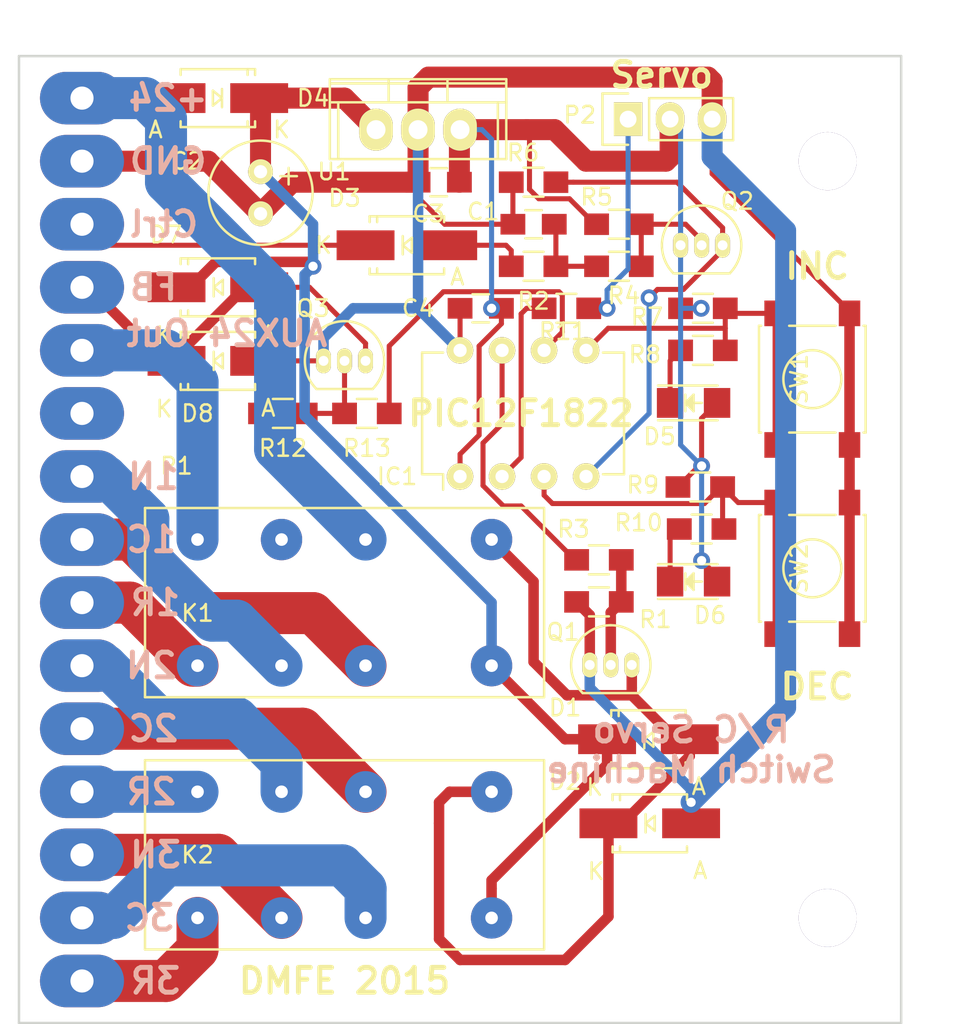
<source format=kicad_pcb>
(kicad_pcb (version 4) (host pcbnew "(2015-10-14 BZR 6269)-product")

  (general
    (links 79)
    (no_connects 0)
    (area 97.079999 48.819999 150.570001 107.390001)
    (thickness 1.6)
    (drawings 24)
    (tracks 253)
    (zones 0)
    (modules 38)
    (nets 34)
  )

  (page A)
  (title_block
    (title "R/C Servo Switch Machine")
    (date 10/8/2015)
    (rev NC)
    (company DMFE)
  )

  (layers
    (0 F.Cu signal)
    (31 B.Cu signal)
    (32 B.Adhes user)
    (33 F.Adhes user)
    (34 B.Paste user hide)
    (35 F.Paste user hide)
    (36 B.SilkS user)
    (37 F.SilkS user)
    (38 B.Mask user hide)
    (39 F.Mask user hide)
    (40 Dwgs.User user)
    (41 Cmts.User user)
    (42 Eco1.User user)
    (43 Eco2.User user)
    (44 Edge.Cuts user)
    (45 Margin user)
    (46 B.CrtYd user)
    (47 F.CrtYd user)
    (48 B.Fab user)
    (49 F.Fab user)
  )

  (setup
    (last_trace_width 0.3048)
    (user_trace_width 0.3048)
    (user_trace_width 0.508)
    (user_trace_width 0.635)
    (user_trace_width 1.27)
    (user_trace_width 2.032)
    (user_trace_width 2.54)
    (trace_clearance 0.2)
    (zone_clearance 0.508)
    (zone_45_only no)
    (trace_min 0.2)
    (segment_width 0.2)
    (edge_width 0.15)
    (via_size 1.016)
    (via_drill 0.5588)
    (via_min_size 0.4)
    (via_min_drill 0.3)
    (uvia_size 0.3)
    (uvia_drill 0.1)
    (uvias_allowed no)
    (uvia_min_size 0.2)
    (uvia_min_drill 0.1)
    (pcb_text_width 0.3)
    (pcb_text_size 1.5 1.5)
    (mod_edge_width 0.15)
    (mod_text_size 1 1)
    (mod_text_width 0.15)
    (pad_size 1.524 1.524)
    (pad_drill 0.762)
    (pad_to_mask_clearance 0)
    (aux_axis_origin 0 0)
    (visible_elements FFFEFF7F)
    (pcbplotparams
      (layerselection 0x010f0_80000001)
      (usegerberextensions true)
      (excludeedgelayer true)
      (linewidth 0.100000)
      (plotframeref false)
      (viasonmask false)
      (mode 1)
      (useauxorigin false)
      (hpglpennumber 1)
      (hpglpenspeed 20)
      (hpglpendiameter 15)
      (hpglpenoverlay 2)
      (psnegative false)
      (psa4output false)
      (plotreference true)
      (plotvalue false)
      (plotinvisibletext false)
      (padsonsilk false)
      (subtractmaskfromsilk false)
      (outputformat 1)
      (mirror false)
      (drillshape 0)
      (scaleselection 1)
      (outputdirectory Fab/))
  )

  (net 0 "")
  (net 1 "Net-(C1-Pad1)")
  (net 2 GND)
  (net 3 +24V)
  (net 4 +5V)
  (net 5 "Net-(D1-Pad2)")
  (net 6 "Net-(D3-Pad1)")
  (net 7 "Net-(D3-Pad2)")
  (net 8 "Net-(D4-Pad2)")
  (net 9 "Net-(D5-Pad1)")
  (net 10 "Net-(D6-Pad1)")
  (net 11 "Net-(D7-Pad2)")
  (net 12 "Net-(IC1-Pad2)")
  (net 13 "Net-(IC1-Pad3)")
  (net 14 "Net-(IC1-Pad4)")
  (net 15 "Net-(IC1-Pad5)")
  (net 16 "Net-(IC1-Pad6)")
  (net 17 "Net-(IC1-Pad7)")
  (net 18 "Net-(K1-Pad1)")
  (net 19 "Net-(K1-Pad3)")
  (net 20 "Net-(K1-Pad5)")
  (net 21 "Net-(K1-Pad14)")
  (net 22 "Net-(K1-Pad16)")
  (net 23 "Net-(K2-Pad1)")
  (net 24 "Net-(K2-Pad3)")
  (net 25 "Net-(K2-Pad5)")
  (net 26 "Net-(K2-Pad12)")
  (net 27 "Net-(K2-Pad14)")
  (net 28 "Net-(K2-Pad16)")
  (net 29 "Net-(P1-Pad6)")
  (net 30 "Net-(P2-Pad1)")
  (net 31 "Net-(Q1-Pad2)")
  (net 32 "Net-(Q2-Pad2)")
  (net 33 "Net-(Q3-Pad2)")

  (net_class Default "This is the default net class."
    (clearance 0.2)
    (trace_width 0.3048)
    (via_dia 1.016)
    (via_drill 0.5588)
    (uvia_dia 0.3)
    (uvia_drill 0.1)
    (add_net +24V)
    (add_net +5V)
    (add_net GND)
    (add_net "Net-(C1-Pad1)")
    (add_net "Net-(D1-Pad2)")
    (add_net "Net-(D3-Pad1)")
    (add_net "Net-(D3-Pad2)")
    (add_net "Net-(D4-Pad2)")
    (add_net "Net-(D5-Pad1)")
    (add_net "Net-(D6-Pad1)")
    (add_net "Net-(D7-Pad2)")
    (add_net "Net-(IC1-Pad2)")
    (add_net "Net-(IC1-Pad3)")
    (add_net "Net-(IC1-Pad4)")
    (add_net "Net-(IC1-Pad5)")
    (add_net "Net-(IC1-Pad6)")
    (add_net "Net-(IC1-Pad7)")
    (add_net "Net-(K1-Pad1)")
    (add_net "Net-(K1-Pad14)")
    (add_net "Net-(K1-Pad16)")
    (add_net "Net-(K1-Pad3)")
    (add_net "Net-(K1-Pad5)")
    (add_net "Net-(K2-Pad1)")
    (add_net "Net-(K2-Pad12)")
    (add_net "Net-(K2-Pad14)")
    (add_net "Net-(K2-Pad16)")
    (add_net "Net-(K2-Pad3)")
    (add_net "Net-(K2-Pad5)")
    (add_net "Net-(P1-Pad6)")
    (add_net "Net-(P2-Pad1)")
    (add_net "Net-(Q1-Pad2)")
    (add_net "Net-(Q2-Pad2)")
    (add_net "Net-(Q3-Pad2)")
  )

  (module Relay:Relay_AXICOM_D2n (layer F.Cu) (tedit 5616F539) (tstamp 5616F505)
    (at 107.95 85.725)
    (path /5615E15B)
    (fp_text reference K1 (at 0 -3.175) (layer F.SilkS)
      (effects (font (size 1 1) (thickness 0.15)))
    )
    (fp_text value RELAY_2RT (at 6.985 -3.175) (layer F.Fab)
      (effects (font (size 1 1) (thickness 0.15)))
    )
    (fp_line (start -3.175 1.905) (end -3.175 -9.525) (layer F.SilkS) (width 0.15))
    (fp_line (start 20.955 1.905) (end -3.175 1.905) (layer F.SilkS) (width 0.15))
    (fp_line (start 20.955 -9.525) (end 20.955 1.905) (layer F.SilkS) (width 0.15))
    (fp_line (start -3.175 -9.525) (end 20.955 -9.525) (layer F.SilkS) (width 0.15))
    (pad 1 thru_hole circle (at 0 0) (size 2.5 2.5) (drill 0.762) (layers *.Cu *.Mask)
      (net 18 "Net-(K1-Pad1)"))
    (pad 3 thru_hole circle (at 5.08 0) (size 2.5 2.5) (drill 0.762) (layers *.Cu *.Mask)
      (net 19 "Net-(K1-Pad3)"))
    (pad 5 thru_hole circle (at 10.16 0) (size 2.5 2.5) (drill 0.762) (layers *.Cu *.Mask)
      (net 20 "Net-(K1-Pad5)"))
    (pad 8 thru_hole circle (at 17.78 0) (size 2.5 2.5) (drill 0.762) (layers *.Cu *.Mask)
      (net 3 +24V))
    (pad 9 thru_hole circle (at 17.78 -7.62) (size 2.5 2.5) (drill 0.762) (layers *.Cu *.Mask)
      (net 5 "Net-(D1-Pad2)"))
    (pad 12 thru_hole circle (at 10.16 -7.62) (size 2.5 2.5) (drill 0.762) (layers *.Cu *.Mask)
      (net 8 "Net-(D4-Pad2)"))
    (pad 14 thru_hole circle (at 5.08 -7.62) (size 2.5 2.5) (drill 0.762) (layers *.Cu *.Mask)
      (net 21 "Net-(K1-Pad14)"))
    (pad 16 thru_hole circle (at 0 -7.62) (size 2.5 2.5) (drill 0.762) (layers *.Cu *.Mask)
      (net 22 "Net-(K1-Pad16)"))
  )

  (module Relay:Relay_AXICOM_D2n (layer F.Cu) (tedit 5616F544) (tstamp 5616F516)
    (at 107.95 100.965)
    (path /5615E18C)
    (fp_text reference K2 (at 0 -3.81) (layer F.SilkS)
      (effects (font (size 1 1) (thickness 0.15)))
    )
    (fp_text value RELAY_2RT (at 5.715 -3.81) (layer F.Fab)
      (effects (font (size 1 1) (thickness 0.15)))
    )
    (fp_line (start -3.175 1.905) (end -3.175 -9.525) (layer F.SilkS) (width 0.15))
    (fp_line (start 20.955 1.905) (end -3.175 1.905) (layer F.SilkS) (width 0.15))
    (fp_line (start 20.955 -9.525) (end 20.955 1.905) (layer F.SilkS) (width 0.15))
    (fp_line (start -3.175 -9.525) (end 20.955 -9.525) (layer F.SilkS) (width 0.15))
    (pad 1 thru_hole circle (at 0 0) (size 2.5 2.5) (drill 0.762) (layers *.Cu *.Mask)
      (net 23 "Net-(K2-Pad1)"))
    (pad 3 thru_hole circle (at 5.08 0) (size 2.5 2.5) (drill 0.762) (layers *.Cu *.Mask)
      (net 24 "Net-(K2-Pad3)"))
    (pad 5 thru_hole circle (at 10.16 0) (size 2.5 2.5) (drill 0.762) (layers *.Cu *.Mask)
      (net 25 "Net-(K2-Pad5)"))
    (pad 8 thru_hole circle (at 17.78 0) (size 2.5 2.5) (drill 0.762) (layers *.Cu *.Mask)
      (net 3 +24V))
    (pad 9 thru_hole circle (at 17.78 -7.62) (size 2.5 2.5) (drill 0.762) (layers *.Cu *.Mask)
      (net 5 "Net-(D1-Pad2)"))
    (pad 12 thru_hole circle (at 10.16 -7.62) (size 2.5 2.5) (drill 0.762) (layers *.Cu *.Mask)
      (net 26 "Net-(K2-Pad12)"))
    (pad 14 thru_hole circle (at 5.08 -7.62) (size 2.5 2.5) (drill 0.762) (layers *.Cu *.Mask)
      (net 27 "Net-(K2-Pad14)"))
    (pad 16 thru_hole circle (at 0 -7.62) (size 2.5 2.5) (drill 0.762) (layers *.Cu *.Mask)
      (net 28 "Net-(K2-Pad16)"))
  )

  (module Wires:Wires_AWG20x15 (layer F.Cu) (tedit 5616F80F) (tstamp 5616F7B6)
    (at 100.965 51.435)
    (path /5615E11B)
    (fp_text reference P1 (at 5.715 22.225) (layer F.SilkS)
      (effects (font (size 1 1) (thickness 0.15)))
    )
    (fp_text value CONN_01X15 (at 0 -5.08) (layer F.Fab)
      (effects (font (size 1 1) (thickness 0.15)))
    )
    (pad 1 thru_hole oval (at 0 0) (size 5.08 3.175) (drill 1.397) (layers *.Cu *.Mask)
      (net 8 "Net-(D4-Pad2)"))
    (pad 2 thru_hole oval (at 0 3.81) (size 5.08 3.175) (drill 1.397) (layers *.Cu *.Mask)
      (net 2 GND))
    (pad 3 thru_hole oval (at 0 7.62) (size 5.08 3.175) (drill 1.397) (layers *.Cu *.Mask)
      (net 6 "Net-(D3-Pad1)"))
    (pad 4 thru_hole oval (at 0 11.43) (size 5.08 3.175) (drill 1.397) (layers *.Cu *.Mask)
      (net 11 "Net-(D7-Pad2)"))
    (pad 5 thru_hole oval (at 0 15.24) (size 5.08 3.175) (drill 1.397) (layers *.Cu *.Mask)
      (net 22 "Net-(K1-Pad16)"))
    (pad 6 thru_hole oval (at 0 19.05) (size 5.08 3.175) (drill 1.397) (layers *.Cu *.Mask)
      (net 29 "Net-(P1-Pad6)"))
    (pad 7 thru_hole oval (at 0 22.86) (size 5.08 3.175) (drill 1.397) (layers *.Cu *.Mask)
      (net 19 "Net-(K1-Pad3)"))
    (pad 8 thru_hole oval (at 0 26.67) (size 5.08 3.175) (drill 1.397) (layers *.Cu *.Mask)
      (net 20 "Net-(K1-Pad5)"))
    (pad 9 thru_hole oval (at 0 30.48) (size 5.08 3.175) (drill 1.397) (layers *.Cu *.Mask)
      (net 18 "Net-(K1-Pad1)"))
    (pad 10 thru_hole oval (at 0 34.29) (size 5.08 3.175) (drill 1.397) (layers *.Cu *.Mask)
      (net 27 "Net-(K2-Pad14)"))
    (pad 11 thru_hole oval (at 0 38.1) (size 5.08 3.175) (drill 1.397) (layers *.Cu *.Mask)
      (net 26 "Net-(K2-Pad12)"))
    (pad 12 thru_hole oval (at 0 41.91) (size 5.08 3.175) (drill 1.397) (layers *.Cu *.Mask)
      (net 28 "Net-(K2-Pad16)"))
    (pad 13 thru_hole oval (at 0 45.72) (size 5.08 3.175) (drill 1.397) (layers *.Cu *.Mask)
      (net 24 "Net-(K2-Pad3)"))
    (pad 14 thru_hole oval (at 0 49.53) (size 5.08 3.175) (drill 1.397) (layers *.Cu *.Mask)
      (net 25 "Net-(K2-Pad5)"))
    (pad 15 thru_hole oval (at 0 53.34) (size 5.08 3.175) (drill 1.397) (layers *.Cu *.Mask)
      (net 23 "Net-(K2-Pad1)"))
  )

  (module Capacitors_SMD:C_0805_HandSoldering (layer F.Cu) (tedit 541A9B8D) (tstamp 5616F8EC)
    (at 128.27 59.055 180)
    (descr "Capacitor SMD 0805, hand soldering")
    (tags "capacitor 0805")
    (path /5615F096)
    (attr smd)
    (fp_text reference C1 (at 3.048 0.762 180) (layer F.SilkS)
      (effects (font (size 1 1) (thickness 0.15)))
    )
    (fp_text value .1uF (at 0 2.1 180) (layer F.Fab)
      (effects (font (size 1 1) (thickness 0.15)))
    )
    (fp_line (start -2.3 -1) (end 2.3 -1) (layer F.CrtYd) (width 0.05))
    (fp_line (start -2.3 1) (end 2.3 1) (layer F.CrtYd) (width 0.05))
    (fp_line (start -2.3 -1) (end -2.3 1) (layer F.CrtYd) (width 0.05))
    (fp_line (start 2.3 -1) (end 2.3 1) (layer F.CrtYd) (width 0.05))
    (fp_line (start 0.5 -0.85) (end -0.5 -0.85) (layer F.SilkS) (width 0.15))
    (fp_line (start -0.5 0.85) (end 0.5 0.85) (layer F.SilkS) (width 0.15))
    (pad 1 smd rect (at -1.25 0 180) (size 1.5 1.25) (layers F.Cu F.Paste F.Mask)
      (net 1 "Net-(C1-Pad1)"))
    (pad 2 smd rect (at 1.25 0 180) (size 1.5 1.25) (layers F.Cu F.Paste F.Mask)
      (net 2 GND))
    (model Capacitors_SMD.3dshapes/C_0805_HandSoldering.wrl
      (at (xyz 0 0 0))
      (scale (xyz 1 1 1))
      (rotate (xyz 0 0 0))
    )
  )

  (module Capacitors_Elko_ThroughHole:Elko_vert_11.2x6.3mm_RM2.5_CopperClear (layer F.Cu) (tedit 5454A12B) (tstamp 5616F8F2)
    (at 111.76 55.88 270)
    (descr "Electrolytic Capacitor, vertical, diameter 6,3mm, RM 2,5mm, CopperClear, radial,")
    (tags "Electrolytic Capacitor, vertical, diameter 6,3mm, RM 2,5mm, Elko, Electrolytkondensator, Kondensator gepolt, Durchmesser 6,3mm, CopperClear, radial,")
    (path /5615E068)
    (fp_text reference C2 (at -0.635 4.445 360) (layer F.SilkS)
      (effects (font (size 1 1) (thickness 0.15)))
    )
    (fp_text value CP1_Small (at 1.27 5.08 270) (layer F.Fab)
      (effects (font (size 1 1) (thickness 0.15)))
    )
    (fp_line (start 0.26924 -1.69926) (end 0.76962 -1.69926) (layer F.SilkS) (width 0.15))
    (fp_line (start 0.26924 -1.69926) (end 0.26924 -2.19964) (layer F.SilkS) (width 0.15))
    (fp_line (start -0.23114 -1.69926) (end 0.26924 -1.69926) (layer F.SilkS) (width 0.15))
    (fp_line (start 0.26924 -1.69926) (end 0.26924 -1.30048) (layer F.SilkS) (width 0.15))
    (fp_line (start 0.26924 -1.30048) (end 0.26924 -1.19888) (layer F.SilkS) (width 0.15))
    (fp_circle (center 1.27 0) (end 4.4196 0) (layer F.SilkS) (width 0.15))
    (pad 2 thru_hole circle (at 2.54 0 270) (size 1.50114 1.50114) (drill 0.8001) (layers *.Cu *.Mask F.SilkS)
      (net 2 GND))
    (pad 1 thru_hole circle (at 0 0 270) (size 1.50114 1.50114) (drill 0.8001) (layers *.Cu *.Mask F.SilkS)
      (net 3 +24V))
    (model Capacitors_Elko_ThroughHole.3dshapes/Elko_vert_11.2x6.3mm_RM2.5_CopperClear.wrl
      (at (xyz 0 0 0))
      (scale (xyz 1 1 1))
      (rotate (xyz 0 0 0))
    )
  )

  (module Capacitors_SMD:C_0805_HandSoldering (layer F.Cu) (tedit 541A9B8D) (tstamp 5616F8F8)
    (at 122.535 56.515 180)
    (descr "Capacitor SMD 0805, hand soldering")
    (tags "capacitor 0805")
    (path /5615E08D)
    (attr smd)
    (fp_text reference C3 (at 0.615 -1.905 180) (layer F.SilkS)
      (effects (font (size 1 1) (thickness 0.15)))
    )
    (fp_text value .1uF (at 0 2.1 180) (layer F.Fab)
      (effects (font (size 1 1) (thickness 0.15)))
    )
    (fp_line (start -2.3 -1) (end 2.3 -1) (layer F.CrtYd) (width 0.05))
    (fp_line (start -2.3 1) (end 2.3 1) (layer F.CrtYd) (width 0.05))
    (fp_line (start -2.3 -1) (end -2.3 1) (layer F.CrtYd) (width 0.05))
    (fp_line (start 2.3 -1) (end 2.3 1) (layer F.CrtYd) (width 0.05))
    (fp_line (start 0.5 -0.85) (end -0.5 -0.85) (layer F.SilkS) (width 0.15))
    (fp_line (start -0.5 0.85) (end 0.5 0.85) (layer F.SilkS) (width 0.15))
    (pad 1 smd rect (at -1.25 0 180) (size 1.5 1.25) (layers F.Cu F.Paste F.Mask)
      (net 4 +5V))
    (pad 2 smd rect (at 1.25 0 180) (size 1.5 1.25) (layers F.Cu F.Paste F.Mask)
      (net 2 GND))
    (model Capacitors_SMD.3dshapes/C_0805_HandSoldering.wrl
      (at (xyz 0 0 0))
      (scale (xyz 1 1 1))
      (rotate (xyz 0 0 0))
    )
  )

  (module Capacitors_SMD:C_0805_HandSoldering (layer F.Cu) (tedit 541A9B8D) (tstamp 5616F8FE)
    (at 125.075 64.135 180)
    (descr "Capacitor SMD 0805, hand soldering")
    (tags "capacitor 0805")
    (path /5615E0CC)
    (attr smd)
    (fp_text reference C4 (at 3.79 0 180) (layer F.SilkS)
      (effects (font (size 1 1) (thickness 0.15)))
    )
    (fp_text value .1uF (at 0 2.1 180) (layer F.Fab)
      (effects (font (size 1 1) (thickness 0.15)))
    )
    (fp_line (start -2.3 -1) (end 2.3 -1) (layer F.CrtYd) (width 0.05))
    (fp_line (start -2.3 1) (end 2.3 1) (layer F.CrtYd) (width 0.05))
    (fp_line (start -2.3 -1) (end -2.3 1) (layer F.CrtYd) (width 0.05))
    (fp_line (start 2.3 -1) (end 2.3 1) (layer F.CrtYd) (width 0.05))
    (fp_line (start 0.5 -0.85) (end -0.5 -0.85) (layer F.SilkS) (width 0.15))
    (fp_line (start -0.5 0.85) (end 0.5 0.85) (layer F.SilkS) (width 0.15))
    (pad 1 smd rect (at -1.25 0 180) (size 1.5 1.25) (layers F.Cu F.Paste F.Mask)
      (net 4 +5V))
    (pad 2 smd rect (at 1.25 0 180) (size 1.5 1.25) (layers F.Cu F.Paste F.Mask)
      (net 2 GND))
    (model Capacitors_SMD.3dshapes/C_0805_HandSoldering.wrl
      (at (xyz 0 0 0))
      (scale (xyz 1 1 1))
      (rotate (xyz 0 0 0))
    )
  )

  (module Diodes_SMD:Diode-SMA_Handsoldering (layer F.Cu) (tedit 552FF1AB) (tstamp 5616F904)
    (at 135.21436 90.17)
    (descr "Diode SMA Handsoldering")
    (tags "Diode SMA Handsoldering")
    (path /5616087C)
    (attr smd)
    (fp_text reference D1 (at -5.03936 -1.905) (layer F.SilkS)
      (effects (font (size 1 1) (thickness 0.15)))
    )
    (fp_text value D (at 0.05 4.4) (layer F.Fab)
      (effects (font (size 1 1) (thickness 0.15)))
    )
    (fp_line (start -4.5 -2) (end 4.5 -2) (layer F.CrtYd) (width 0.05))
    (fp_line (start 4.5 -2) (end 4.5 2) (layer F.CrtYd) (width 0.05))
    (fp_line (start 4.5 2) (end -4.5 2) (layer F.CrtYd) (width 0.05))
    (fp_line (start -4.5 2) (end -4.5 -2) (layer F.CrtYd) (width 0.05))
    (fp_line (start -0.25 0) (end 0.3 -0.45) (layer F.SilkS) (width 0.15))
    (fp_line (start 0.3 -0.45) (end 0.3 0.45) (layer F.SilkS) (width 0.15))
    (fp_line (start 0.3 0.45) (end -0.25 0) (layer F.SilkS) (width 0.15))
    (fp_line (start -0.25 -0.55) (end -0.25 0.55) (layer F.SilkS) (width 0.15))
    (fp_text user K (at -3.25 2.9) (layer F.SilkS)
      (effects (font (size 1 1) (thickness 0.15)))
    )
    (fp_text user A (at 3.05 2.85) (layer F.SilkS)
      (effects (font (size 1 1) (thickness 0.15)))
    )
    (fp_line (start -1.79914 1.75006) (end -1.79914 1.39954) (layer F.SilkS) (width 0.15))
    (fp_line (start -1.79914 -1.75006) (end -1.79914 -1.39954) (layer F.SilkS) (width 0.15))
    (fp_line (start 2.25044 1.75006) (end 2.25044 1.39954) (layer F.SilkS) (width 0.15))
    (fp_line (start -2.25044 1.75006) (end -2.25044 1.39954) (layer F.SilkS) (width 0.15))
    (fp_line (start -2.25044 -1.75006) (end -2.25044 -1.39954) (layer F.SilkS) (width 0.15))
    (fp_line (start 2.25044 -1.75006) (end 2.25044 -1.39954) (layer F.SilkS) (width 0.15))
    (fp_line (start -2.25044 1.75006) (end 2.25044 1.75006) (layer F.SilkS) (width 0.15))
    (fp_line (start -2.25044 -1.75006) (end 2.25044 -1.75006) (layer F.SilkS) (width 0.15))
    (pad 1 smd rect (at -2.49936 0) (size 3.50012 1.80086) (layers F.Cu F.Paste F.Mask)
      (net 3 +24V))
    (pad 2 smd rect (at 2.49936 0) (size 3.50012 1.80086) (layers F.Cu F.Paste F.Mask)
      (net 5 "Net-(D1-Pad2)"))
    (model Diodes_SMD.3dshapes/Diode-SMA_Handsoldering.wrl
      (at (xyz 0 0 0))
      (scale (xyz 0.3937 0.3937 0.3937))
      (rotate (xyz 0 0 180))
    )
  )

  (module Diodes_SMD:Diode-SMA_Handsoldering (layer F.Cu) (tedit 552FF1AB) (tstamp 5616F90A)
    (at 135.29564 95.25)
    (descr "Diode SMA Handsoldering")
    (tags "Diode SMA Handsoldering")
    (path /5616090E)
    (attr smd)
    (fp_text reference D2 (at -5.12064 -2.54) (layer F.SilkS)
      (effects (font (size 1 1) (thickness 0.15)))
    )
    (fp_text value D (at 0.05 4.4) (layer F.Fab)
      (effects (font (size 1 1) (thickness 0.15)))
    )
    (fp_line (start -4.5 -2) (end 4.5 -2) (layer F.CrtYd) (width 0.05))
    (fp_line (start 4.5 -2) (end 4.5 2) (layer F.CrtYd) (width 0.05))
    (fp_line (start 4.5 2) (end -4.5 2) (layer F.CrtYd) (width 0.05))
    (fp_line (start -4.5 2) (end -4.5 -2) (layer F.CrtYd) (width 0.05))
    (fp_line (start -0.25 0) (end 0.3 -0.45) (layer F.SilkS) (width 0.15))
    (fp_line (start 0.3 -0.45) (end 0.3 0.45) (layer F.SilkS) (width 0.15))
    (fp_line (start 0.3 0.45) (end -0.25 0) (layer F.SilkS) (width 0.15))
    (fp_line (start -0.25 -0.55) (end -0.25 0.55) (layer F.SilkS) (width 0.15))
    (fp_text user K (at -3.25 2.9) (layer F.SilkS)
      (effects (font (size 1 1) (thickness 0.15)))
    )
    (fp_text user A (at 3.05 2.85) (layer F.SilkS)
      (effects (font (size 1 1) (thickness 0.15)))
    )
    (fp_line (start -1.79914 1.75006) (end -1.79914 1.39954) (layer F.SilkS) (width 0.15))
    (fp_line (start -1.79914 -1.75006) (end -1.79914 -1.39954) (layer F.SilkS) (width 0.15))
    (fp_line (start 2.25044 1.75006) (end 2.25044 1.39954) (layer F.SilkS) (width 0.15))
    (fp_line (start -2.25044 1.75006) (end -2.25044 1.39954) (layer F.SilkS) (width 0.15))
    (fp_line (start -2.25044 -1.75006) (end -2.25044 -1.39954) (layer F.SilkS) (width 0.15))
    (fp_line (start 2.25044 -1.75006) (end 2.25044 -1.39954) (layer F.SilkS) (width 0.15))
    (fp_line (start -2.25044 1.75006) (end 2.25044 1.75006) (layer F.SilkS) (width 0.15))
    (fp_line (start -2.25044 -1.75006) (end 2.25044 -1.75006) (layer F.SilkS) (width 0.15))
    (pad 1 smd rect (at -2.49936 0) (size 3.50012 1.80086) (layers F.Cu F.Paste F.Mask)
      (net 5 "Net-(D1-Pad2)"))
    (pad 2 smd rect (at 2.49936 0) (size 3.50012 1.80086) (layers F.Cu F.Paste F.Mask)
      (net 2 GND))
    (model Diodes_SMD.3dshapes/Diode-SMA_Handsoldering.wrl
      (at (xyz 0 0 0))
      (scale (xyz 0.3937 0.3937 0.3937))
      (rotate (xyz 0 0 180))
    )
  )

  (module Diodes_SMD:Diode-SMA_Handsoldering (layer F.Cu) (tedit 552FF1AB) (tstamp 5616F910)
    (at 120.60936 60.325)
    (descr "Diode SMA Handsoldering")
    (tags "Diode SMA Handsoldering")
    (path /5615EFBB)
    (attr smd)
    (fp_text reference D3 (at -3.76936 -2.85) (layer F.SilkS)
      (effects (font (size 1 1) (thickness 0.15)))
    )
    (fp_text value D (at 0.05 4.4) (layer F.Fab)
      (effects (font (size 1 1) (thickness 0.15)))
    )
    (fp_line (start -4.5 -2) (end 4.5 -2) (layer F.CrtYd) (width 0.05))
    (fp_line (start 4.5 -2) (end 4.5 2) (layer F.CrtYd) (width 0.05))
    (fp_line (start 4.5 2) (end -4.5 2) (layer F.CrtYd) (width 0.05))
    (fp_line (start -4.5 2) (end -4.5 -2) (layer F.CrtYd) (width 0.05))
    (fp_line (start -0.25 0) (end 0.3 -0.45) (layer F.SilkS) (width 0.15))
    (fp_line (start 0.3 -0.45) (end 0.3 0.45) (layer F.SilkS) (width 0.15))
    (fp_line (start 0.3 0.45) (end -0.25 0) (layer F.SilkS) (width 0.15))
    (fp_line (start -0.25 -0.55) (end -0.25 0.55) (layer F.SilkS) (width 0.15))
    (fp_text user K (at -5.03936 0) (layer F.SilkS)
      (effects (font (size 1 1) (thickness 0.15)))
    )
    (fp_text user A (at 3.05 1.905) (layer F.SilkS)
      (effects (font (size 1 1) (thickness 0.15)))
    )
    (fp_line (start -1.79914 1.75006) (end -1.79914 1.39954) (layer F.SilkS) (width 0.15))
    (fp_line (start -1.79914 -1.75006) (end -1.79914 -1.39954) (layer F.SilkS) (width 0.15))
    (fp_line (start 2.25044 1.75006) (end 2.25044 1.39954) (layer F.SilkS) (width 0.15))
    (fp_line (start -2.25044 1.75006) (end -2.25044 1.39954) (layer F.SilkS) (width 0.15))
    (fp_line (start -2.25044 -1.75006) (end -2.25044 -1.39954) (layer F.SilkS) (width 0.15))
    (fp_line (start 2.25044 -1.75006) (end 2.25044 -1.39954) (layer F.SilkS) (width 0.15))
    (fp_line (start -2.25044 1.75006) (end 2.25044 1.75006) (layer F.SilkS) (width 0.15))
    (fp_line (start -2.25044 -1.75006) (end 2.25044 -1.75006) (layer F.SilkS) (width 0.15))
    (pad 1 smd rect (at -2.49936 0) (size 3.50012 1.80086) (layers F.Cu F.Paste F.Mask)
      (net 6 "Net-(D3-Pad1)"))
    (pad 2 smd rect (at 2.49936 0) (size 3.50012 1.80086) (layers F.Cu F.Paste F.Mask)
      (net 7 "Net-(D3-Pad2)"))
    (model Diodes_SMD.3dshapes/Diode-SMA_Handsoldering.wrl
      (at (xyz 0 0 0))
      (scale (xyz 0.3937 0.3937 0.3937))
      (rotate (xyz 0 0 180))
    )
  )

  (module Diodes_SMD:Diode-SMA_Handsoldering (layer F.Cu) (tedit 552FF1AB) (tstamp 5616F916)
    (at 109.17936 51.435 180)
    (descr "Diode SMA Handsoldering")
    (tags "Diode SMA Handsoldering")
    (path /5615E03B)
    (attr smd)
    (fp_text reference D4 (at -5.75564 0 180) (layer F.SilkS)
      (effects (font (size 1 1) (thickness 0.15)))
    )
    (fp_text value D (at 0.05 4.4 180) (layer F.Fab)
      (effects (font (size 1 1) (thickness 0.15)))
    )
    (fp_line (start -4.5 -2) (end 4.5 -2) (layer F.CrtYd) (width 0.05))
    (fp_line (start 4.5 -2) (end 4.5 2) (layer F.CrtYd) (width 0.05))
    (fp_line (start 4.5 2) (end -4.5 2) (layer F.CrtYd) (width 0.05))
    (fp_line (start -4.5 2) (end -4.5 -2) (layer F.CrtYd) (width 0.05))
    (fp_line (start -0.25 0) (end 0.3 -0.45) (layer F.SilkS) (width 0.15))
    (fp_line (start 0.3 -0.45) (end 0.3 0.45) (layer F.SilkS) (width 0.15))
    (fp_line (start 0.3 0.45) (end -0.25 0) (layer F.SilkS) (width 0.15))
    (fp_line (start -0.25 -0.55) (end -0.25 0.55) (layer F.SilkS) (width 0.15))
    (fp_text user K (at -3.85064 -1.905 180) (layer F.SilkS)
      (effects (font (size 1 1) (thickness 0.15)))
    )
    (fp_text user A (at 3.76936 -1.905 180) (layer F.SilkS)
      (effects (font (size 1 1) (thickness 0.15)))
    )
    (fp_line (start -1.79914 1.75006) (end -1.79914 1.39954) (layer F.SilkS) (width 0.15))
    (fp_line (start -1.79914 -1.75006) (end -1.79914 -1.39954) (layer F.SilkS) (width 0.15))
    (fp_line (start 2.25044 1.75006) (end 2.25044 1.39954) (layer F.SilkS) (width 0.15))
    (fp_line (start -2.25044 1.75006) (end -2.25044 1.39954) (layer F.SilkS) (width 0.15))
    (fp_line (start -2.25044 -1.75006) (end -2.25044 -1.39954) (layer F.SilkS) (width 0.15))
    (fp_line (start 2.25044 -1.75006) (end 2.25044 -1.39954) (layer F.SilkS) (width 0.15))
    (fp_line (start -2.25044 1.75006) (end 2.25044 1.75006) (layer F.SilkS) (width 0.15))
    (fp_line (start -2.25044 -1.75006) (end 2.25044 -1.75006) (layer F.SilkS) (width 0.15))
    (pad 1 smd rect (at -2.49936 0 180) (size 3.50012 1.80086) (layers F.Cu F.Paste F.Mask)
      (net 3 +24V))
    (pad 2 smd rect (at 2.49936 0 180) (size 3.50012 1.80086) (layers F.Cu F.Paste F.Mask)
      (net 8 "Net-(D4-Pad2)"))
    (model Diodes_SMD.3dshapes/Diode-SMA_Handsoldering.wrl
      (at (xyz 0 0 0))
      (scale (xyz 0.3937 0.3937 0.3937))
      (rotate (xyz 0 0 180))
    )
  )

  (module LEDs:LED-1206 (layer F.Cu) (tedit 55BDE2E8) (tstamp 5616F91C)
    (at 137.94486 69.85)
    (descr "LED 1206 smd package")
    (tags "LED1206 SMD")
    (path /5615FCA7)
    (attr smd)
    (fp_text reference D5 (at -2.05486 2.032) (layer F.SilkS)
      (effects (font (size 1 1) (thickness 0.15)))
    )
    (fp_text value LED (at 0 2) (layer F.Fab)
      (effects (font (size 1 1) (thickness 0.15)))
    )
    (fp_line (start -2.15 1.05) (end 1.45 1.05) (layer F.SilkS) (width 0.15))
    (fp_line (start -2.15 -1.05) (end 1.45 -1.05) (layer F.SilkS) (width 0.15))
    (fp_line (start -0.1 -0.3) (end -0.1 0.3) (layer F.SilkS) (width 0.15))
    (fp_line (start -0.1 0.3) (end -0.4 0) (layer F.SilkS) (width 0.15))
    (fp_line (start -0.4 0) (end -0.2 -0.2) (layer F.SilkS) (width 0.15))
    (fp_line (start -0.2 -0.2) (end -0.2 0.05) (layer F.SilkS) (width 0.15))
    (fp_line (start -0.2 0.05) (end -0.25 0) (layer F.SilkS) (width 0.15))
    (fp_line (start -0.5 -0.5) (end -0.5 0.5) (layer F.SilkS) (width 0.15))
    (fp_line (start 0 0) (end 0.5 0) (layer F.SilkS) (width 0.15))
    (fp_line (start -0.5 0) (end 0 -0.5) (layer F.SilkS) (width 0.15))
    (fp_line (start 0 -0.5) (end 0 0.5) (layer F.SilkS) (width 0.15))
    (fp_line (start 0 0.5) (end -0.5 0) (layer F.SilkS) (width 0.15))
    (fp_line (start 2.5 -1.25) (end -2.5 -1.25) (layer F.CrtYd) (width 0.05))
    (fp_line (start -2.5 -1.25) (end -2.5 1.25) (layer F.CrtYd) (width 0.05))
    (fp_line (start -2.5 1.25) (end 2.5 1.25) (layer F.CrtYd) (width 0.05))
    (fp_line (start 2.5 1.25) (end 2.5 -1.25) (layer F.CrtYd) (width 0.05))
    (pad 2 smd rect (at 1.41986 0 180) (size 1.59766 1.80086) (layers F.Cu F.Paste F.Mask)
      (net 4 +5V))
    (pad 1 smd rect (at -1.41986 0 180) (size 1.59766 1.80086) (layers F.Cu F.Paste F.Mask)
      (net 9 "Net-(D5-Pad1)"))
  )

  (module LEDs:LED-1206 (layer F.Cu) (tedit 55BDE2E8) (tstamp 5616F922)
    (at 137.94486 80.645)
    (descr "LED 1206 smd package")
    (tags "LED1206 SMD")
    (path /5615FD14)
    (attr smd)
    (fp_text reference D6 (at 0.99314 2.032) (layer F.SilkS)
      (effects (font (size 1 1) (thickness 0.15)))
    )
    (fp_text value LED (at 0 2) (layer F.Fab)
      (effects (font (size 1 1) (thickness 0.15)))
    )
    (fp_line (start -2.15 1.05) (end 1.45 1.05) (layer F.SilkS) (width 0.15))
    (fp_line (start -2.15 -1.05) (end 1.45 -1.05) (layer F.SilkS) (width 0.15))
    (fp_line (start -0.1 -0.3) (end -0.1 0.3) (layer F.SilkS) (width 0.15))
    (fp_line (start -0.1 0.3) (end -0.4 0) (layer F.SilkS) (width 0.15))
    (fp_line (start -0.4 0) (end -0.2 -0.2) (layer F.SilkS) (width 0.15))
    (fp_line (start -0.2 -0.2) (end -0.2 0.05) (layer F.SilkS) (width 0.15))
    (fp_line (start -0.2 0.05) (end -0.25 0) (layer F.SilkS) (width 0.15))
    (fp_line (start -0.5 -0.5) (end -0.5 0.5) (layer F.SilkS) (width 0.15))
    (fp_line (start 0 0) (end 0.5 0) (layer F.SilkS) (width 0.15))
    (fp_line (start -0.5 0) (end 0 -0.5) (layer F.SilkS) (width 0.15))
    (fp_line (start 0 -0.5) (end 0 0.5) (layer F.SilkS) (width 0.15))
    (fp_line (start 0 0.5) (end -0.5 0) (layer F.SilkS) (width 0.15))
    (fp_line (start 2.5 -1.25) (end -2.5 -1.25) (layer F.CrtYd) (width 0.05))
    (fp_line (start -2.5 -1.25) (end -2.5 1.25) (layer F.CrtYd) (width 0.05))
    (fp_line (start -2.5 1.25) (end 2.5 1.25) (layer F.CrtYd) (width 0.05))
    (fp_line (start 2.5 1.25) (end 2.5 -1.25) (layer F.CrtYd) (width 0.05))
    (pad 2 smd rect (at 1.41986 0 180) (size 1.59766 1.80086) (layers F.Cu F.Paste F.Mask)
      (net 4 +5V))
    (pad 1 smd rect (at -1.41986 0 180) (size 1.59766 1.80086) (layers F.Cu F.Paste F.Mask)
      (net 10 "Net-(D6-Pad1)"))
  )

  (module Diodes_SMD:Diode-SMA_Handsoldering (layer F.Cu) (tedit 552FF1AB) (tstamp 5616F928)
    (at 109.17936 62.865)
    (descr "Diode SMA Handsoldering")
    (tags "Diode SMA Handsoldering")
    (path /5616168F)
    (attr smd)
    (fp_text reference D7 (at -3.13436 -3.175) (layer F.SilkS)
      (effects (font (size 1 1) (thickness 0.15)))
    )
    (fp_text value D (at 0.05 4.4) (layer F.Fab)
      (effects (font (size 1 1) (thickness 0.15)))
    )
    (fp_line (start -4.5 -2) (end 4.5 -2) (layer F.CrtYd) (width 0.05))
    (fp_line (start 4.5 -2) (end 4.5 2) (layer F.CrtYd) (width 0.05))
    (fp_line (start 4.5 2) (end -4.5 2) (layer F.CrtYd) (width 0.05))
    (fp_line (start -4.5 2) (end -4.5 -2) (layer F.CrtYd) (width 0.05))
    (fp_line (start -0.25 0) (end 0.3 -0.45) (layer F.SilkS) (width 0.15))
    (fp_line (start 0.3 -0.45) (end 0.3 0.45) (layer F.SilkS) (width 0.15))
    (fp_line (start 0.3 0.45) (end -0.25 0) (layer F.SilkS) (width 0.15))
    (fp_line (start -0.25 -0.55) (end -0.25 0.55) (layer F.SilkS) (width 0.15))
    (fp_text user K (at -3.25 2.9) (layer F.SilkS)
      (effects (font (size 1 1) (thickness 0.15)))
    )
    (fp_text user A (at 3.05 2.85) (layer F.SilkS)
      (effects (font (size 1 1) (thickness 0.15)))
    )
    (fp_line (start -1.79914 1.75006) (end -1.79914 1.39954) (layer F.SilkS) (width 0.15))
    (fp_line (start -1.79914 -1.75006) (end -1.79914 -1.39954) (layer F.SilkS) (width 0.15))
    (fp_line (start 2.25044 1.75006) (end 2.25044 1.39954) (layer F.SilkS) (width 0.15))
    (fp_line (start -2.25044 1.75006) (end -2.25044 1.39954) (layer F.SilkS) (width 0.15))
    (fp_line (start -2.25044 -1.75006) (end -2.25044 -1.39954) (layer F.SilkS) (width 0.15))
    (fp_line (start 2.25044 -1.75006) (end 2.25044 -1.39954) (layer F.SilkS) (width 0.15))
    (fp_line (start -2.25044 1.75006) (end 2.25044 1.75006) (layer F.SilkS) (width 0.15))
    (fp_line (start -2.25044 -1.75006) (end 2.25044 -1.75006) (layer F.SilkS) (width 0.15))
    (pad 1 smd rect (at -2.49936 0) (size 3.50012 1.80086) (layers F.Cu F.Paste F.Mask)
      (net 3 +24V))
    (pad 2 smd rect (at 2.49936 0) (size 3.50012 1.80086) (layers F.Cu F.Paste F.Mask)
      (net 11 "Net-(D7-Pad2)"))
    (model Diodes_SMD.3dshapes/Diode-SMA_Handsoldering.wrl
      (at (xyz 0 0 0))
      (scale (xyz 0.3937 0.3937 0.3937))
      (rotate (xyz 0 0 180))
    )
  )

  (module Diodes_SMD:Diode-SMA_Handsoldering (layer F.Cu) (tedit 552FF1AB) (tstamp 5616F92E)
    (at 109.17936 67.31)
    (descr "Diode SMA Handsoldering")
    (tags "Diode SMA Handsoldering")
    (path /56161695)
    (attr smd)
    (fp_text reference D8 (at -1.22936 3.175) (layer F.SilkS)
      (effects (font (size 1 1) (thickness 0.15)))
    )
    (fp_text value D (at 0.05 4.4) (layer F.Fab)
      (effects (font (size 1 1) (thickness 0.15)))
    )
    (fp_line (start -4.5 -2) (end 4.5 -2) (layer F.CrtYd) (width 0.05))
    (fp_line (start 4.5 -2) (end 4.5 2) (layer F.CrtYd) (width 0.05))
    (fp_line (start 4.5 2) (end -4.5 2) (layer F.CrtYd) (width 0.05))
    (fp_line (start -4.5 2) (end -4.5 -2) (layer F.CrtYd) (width 0.05))
    (fp_line (start -0.25 0) (end 0.3 -0.45) (layer F.SilkS) (width 0.15))
    (fp_line (start 0.3 -0.45) (end 0.3 0.45) (layer F.SilkS) (width 0.15))
    (fp_line (start 0.3 0.45) (end -0.25 0) (layer F.SilkS) (width 0.15))
    (fp_line (start -0.25 -0.55) (end -0.25 0.55) (layer F.SilkS) (width 0.15))
    (fp_text user K (at -3.25 2.9) (layer F.SilkS)
      (effects (font (size 1 1) (thickness 0.15)))
    )
    (fp_text user A (at 3.05 2.85) (layer F.SilkS)
      (effects (font (size 1 1) (thickness 0.15)))
    )
    (fp_line (start -1.79914 1.75006) (end -1.79914 1.39954) (layer F.SilkS) (width 0.15))
    (fp_line (start -1.79914 -1.75006) (end -1.79914 -1.39954) (layer F.SilkS) (width 0.15))
    (fp_line (start 2.25044 1.75006) (end 2.25044 1.39954) (layer F.SilkS) (width 0.15))
    (fp_line (start -2.25044 1.75006) (end -2.25044 1.39954) (layer F.SilkS) (width 0.15))
    (fp_line (start -2.25044 -1.75006) (end -2.25044 -1.39954) (layer F.SilkS) (width 0.15))
    (fp_line (start 2.25044 -1.75006) (end 2.25044 -1.39954) (layer F.SilkS) (width 0.15))
    (fp_line (start -2.25044 1.75006) (end 2.25044 1.75006) (layer F.SilkS) (width 0.15))
    (fp_line (start -2.25044 -1.75006) (end 2.25044 -1.75006) (layer F.SilkS) (width 0.15))
    (pad 1 smd rect (at -2.49936 0) (size 3.50012 1.80086) (layers F.Cu F.Paste F.Mask)
      (net 11 "Net-(D7-Pad2)"))
    (pad 2 smd rect (at 2.49936 0) (size 3.50012 1.80086) (layers F.Cu F.Paste F.Mask)
      (net 2 GND))
    (model Diodes_SMD.3dshapes/Diode-SMA_Handsoldering.wrl
      (at (xyz 0 0 0))
      (scale (xyz 0.3937 0.3937 0.3937))
      (rotate (xyz 0 0 180))
    )
  )

  (module Housings_DIP:DIP-8_W7.62mm (layer F.Cu) (tedit 54130A77) (tstamp 5616F93A)
    (at 123.825 74.295 90)
    (descr "8-lead dip package, row spacing 7.62 mm (300 mils)")
    (tags "dil dip 2.54 300")
    (path /5615DFEB)
    (fp_text reference IC1 (at 0 -3.81 180) (layer F.SilkS)
      (effects (font (size 1 1) (thickness 0.15)))
    )
    (fp_text value "PIC12(L)F1822-I/P" (at 0 -3.72 90) (layer F.Fab)
      (effects (font (size 1 1) (thickness 0.15)))
    )
    (fp_line (start -1.05 -2.45) (end -1.05 10.1) (layer F.CrtYd) (width 0.05))
    (fp_line (start 8.65 -2.45) (end 8.65 10.1) (layer F.CrtYd) (width 0.05))
    (fp_line (start -1.05 -2.45) (end 8.65 -2.45) (layer F.CrtYd) (width 0.05))
    (fp_line (start -1.05 10.1) (end 8.65 10.1) (layer F.CrtYd) (width 0.05))
    (fp_line (start 0.135 -2.295) (end 0.135 -1.025) (layer F.SilkS) (width 0.15))
    (fp_line (start 7.485 -2.295) (end 7.485 -1.025) (layer F.SilkS) (width 0.15))
    (fp_line (start 7.485 9.915) (end 7.485 8.645) (layer F.SilkS) (width 0.15))
    (fp_line (start 0.135 9.915) (end 0.135 8.645) (layer F.SilkS) (width 0.15))
    (fp_line (start 0.135 -2.295) (end 7.485 -2.295) (layer F.SilkS) (width 0.15))
    (fp_line (start 0.135 9.915) (end 7.485 9.915) (layer F.SilkS) (width 0.15))
    (fp_line (start 0.135 -1.025) (end -0.8 -1.025) (layer F.SilkS) (width 0.15))
    (pad 1 thru_hole oval (at 0 0 90) (size 1.6 1.6) (drill 0.8) (layers *.Cu *.Mask F.SilkS)
      (net 4 +5V))
    (pad 2 thru_hole oval (at 0 2.54 90) (size 1.6 1.6) (drill 0.8) (layers *.Cu *.Mask F.SilkS)
      (net 12 "Net-(IC1-Pad2)"))
    (pad 3 thru_hole oval (at 0 5.08 90) (size 1.6 1.6) (drill 0.8) (layers *.Cu *.Mask F.SilkS)
      (net 13 "Net-(IC1-Pad3)"))
    (pad 4 thru_hole oval (at 0 7.62 90) (size 1.6 1.6) (drill 0.8) (layers *.Cu *.Mask F.SilkS)
      (net 14 "Net-(IC1-Pad4)"))
    (pad 5 thru_hole oval (at 7.62 7.62 90) (size 1.6 1.6) (drill 0.8) (layers *.Cu *.Mask F.SilkS)
      (net 15 "Net-(IC1-Pad5)"))
    (pad 6 thru_hole oval (at 7.62 5.08 90) (size 1.6 1.6) (drill 0.8) (layers *.Cu *.Mask F.SilkS)
      (net 16 "Net-(IC1-Pad6)"))
    (pad 7 thru_hole oval (at 7.62 2.54 90) (size 1.6 1.6) (drill 0.8) (layers *.Cu *.Mask F.SilkS)
      (net 17 "Net-(IC1-Pad7)"))
    (pad 8 thru_hole oval (at 7.62 0 90) (size 1.6 1.6) (drill 0.8) (layers *.Cu *.Mask F.SilkS)
      (net 2 GND))
    (model Housings_DIP.3dshapes/DIP-8_W7.62mm.wrl
      (at (xyz 0 0 0))
      (scale (xyz 1 1 1))
      (rotate (xyz 0 0 0))
    )
  )

  (module Pin_Headers:Pin_Header_Straight_1x03 (layer F.Cu) (tedit 0) (tstamp 5616F941)
    (at 133.985 52.705 90)
    (descr "Through hole pin header")
    (tags "pin header")
    (path /5615E998)
    (fp_text reference P2 (at 0.254 -2.921 180) (layer F.SilkS)
      (effects (font (size 1 1) (thickness 0.15)))
    )
    (fp_text value CONN_01X03 (at 0 -3.1 90) (layer F.Fab)
      (effects (font (size 1 1) (thickness 0.15)))
    )
    (fp_line (start -1.75 -1.75) (end -1.75 6.85) (layer F.CrtYd) (width 0.05))
    (fp_line (start 1.75 -1.75) (end 1.75 6.85) (layer F.CrtYd) (width 0.05))
    (fp_line (start -1.75 -1.75) (end 1.75 -1.75) (layer F.CrtYd) (width 0.05))
    (fp_line (start -1.75 6.85) (end 1.75 6.85) (layer F.CrtYd) (width 0.05))
    (fp_line (start -1.27 1.27) (end -1.27 6.35) (layer F.SilkS) (width 0.15))
    (fp_line (start -1.27 6.35) (end 1.27 6.35) (layer F.SilkS) (width 0.15))
    (fp_line (start 1.27 6.35) (end 1.27 1.27) (layer F.SilkS) (width 0.15))
    (fp_line (start 1.55 -1.55) (end 1.55 0) (layer F.SilkS) (width 0.15))
    (fp_line (start 1.27 1.27) (end -1.27 1.27) (layer F.SilkS) (width 0.15))
    (fp_line (start -1.55 0) (end -1.55 -1.55) (layer F.SilkS) (width 0.15))
    (fp_line (start -1.55 -1.55) (end 1.55 -1.55) (layer F.SilkS) (width 0.15))
    (pad 1 thru_hole rect (at 0 0 90) (size 2.032 1.7272) (drill 1.016) (layers *.Cu *.Mask F.SilkS)
      (net 30 "Net-(P2-Pad1)"))
    (pad 2 thru_hole oval (at 0 2.54 90) (size 2.032 1.7272) (drill 1.016) (layers *.Cu *.Mask F.SilkS)
      (net 4 +5V))
    (pad 3 thru_hole oval (at 0 5.08 90) (size 2.032 1.7272) (drill 1.016) (layers *.Cu *.Mask F.SilkS)
      (net 2 GND))
    (model Pin_Headers.3dshapes/Pin_Header_Straight_1x03.wrl
      (at (xyz 0 -0.1 0))
      (scale (xyz 1 1 1))
      (rotate (xyz 0 0 90))
    )
  )

  (module Housings_TO-92:TO-92_Inline_Narrow_Oval (layer F.Cu) (tedit 54F24281) (tstamp 5616F948)
    (at 131.667555 85.682351)
    (descr "TO-92 leads in-line, narrow, oval pads, drill 0.6mm (see NXP sot054_po.pdf)")
    (tags "to-92 sc-43 sc-43a sot54 PA33 transistor")
    (path /5615F0F6)
    (fp_text reference Q1 (at -1.619555 -1.989351) (layer F.SilkS)
      (effects (font (size 1 1) (thickness 0.15)))
    )
    (fp_text value Q_NPN_EBC (at 0 3) (layer F.Fab)
      (effects (font (size 1 1) (thickness 0.15)))
    )
    (fp_line (start -1.4 1.95) (end -1.4 -2.65) (layer F.CrtYd) (width 0.05))
    (fp_line (start -1.4 1.95) (end 3.95 1.95) (layer F.CrtYd) (width 0.05))
    (fp_line (start -0.43 1.7) (end 2.97 1.7) (layer F.SilkS) (width 0.15))
    (fp_arc (start 1.27 0) (end 1.27 -2.4) (angle -135) (layer F.SilkS) (width 0.15))
    (fp_arc (start 1.27 0) (end 1.27 -2.4) (angle 135) (layer F.SilkS) (width 0.15))
    (fp_line (start -1.4 -2.65) (end 3.95 -2.65) (layer F.CrtYd) (width 0.05))
    (fp_line (start 3.95 1.95) (end 3.95 -2.65) (layer F.CrtYd) (width 0.05))
    (pad 2 thru_hole oval (at 1.27 0 180) (size 0.89916 1.50114) (drill 0.6) (layers *.Cu *.Mask F.SilkS)
      (net 31 "Net-(Q1-Pad2)"))
    (pad 3 thru_hole oval (at 2.54 0 180) (size 0.89916 1.50114) (drill 0.6) (layers *.Cu *.Mask F.SilkS)
      (net 5 "Net-(D1-Pad2)"))
    (pad 1 thru_hole oval (at 0 0 180) (size 0.89916 1.50114) (drill 0.6) (layers *.Cu *.Mask F.SilkS)
      (net 2 GND))
    (model Housings_TO-92.3dshapes/TO-92_Inline_Narrow_Oval.wrl
      (at (xyz 0.05 0 0))
      (scale (xyz 1 1 1))
      (rotate (xyz 0 0 -90))
    )
  )

  (module Housings_TO-92:TO-92_Inline_Narrow_Oval (layer F.Cu) (tedit 54F24281) (tstamp 5616F94F)
    (at 137.16 60.325)
    (descr "TO-92 leads in-line, narrow, oval pads, drill 0.6mm (see NXP sot054_po.pdf)")
    (tags "to-92 sc-43 sc-43a sot54 PA33 transistor")
    (path /5615F168)
    (fp_text reference Q2 (at 3.429 -2.667) (layer F.SilkS)
      (effects (font (size 1 1) (thickness 0.15)))
    )
    (fp_text value Q_PNP_EBC (at 0 3) (layer F.Fab)
      (effects (font (size 1 1) (thickness 0.15)))
    )
    (fp_line (start -1.4 1.95) (end -1.4 -2.65) (layer F.CrtYd) (width 0.05))
    (fp_line (start -1.4 1.95) (end 3.95 1.95) (layer F.CrtYd) (width 0.05))
    (fp_line (start -0.43 1.7) (end 2.97 1.7) (layer F.SilkS) (width 0.15))
    (fp_arc (start 1.27 0) (end 1.27 -2.4) (angle -135) (layer F.SilkS) (width 0.15))
    (fp_arc (start 1.27 0) (end 1.27 -2.4) (angle 135) (layer F.SilkS) (width 0.15))
    (fp_line (start -1.4 -2.65) (end 3.95 -2.65) (layer F.CrtYd) (width 0.05))
    (fp_line (start 3.95 1.95) (end 3.95 -2.65) (layer F.CrtYd) (width 0.05))
    (pad 2 thru_hole oval (at 1.27 0 180) (size 0.89916 1.50114) (drill 0.6) (layers *.Cu *.Mask F.SilkS)
      (net 32 "Net-(Q2-Pad2)"))
    (pad 3 thru_hole oval (at 2.54 0 180) (size 0.89916 1.50114) (drill 0.6) (layers *.Cu *.Mask F.SilkS)
      (net 14 "Net-(IC1-Pad4)"))
    (pad 1 thru_hole oval (at 0 0 180) (size 0.89916 1.50114) (drill 0.6) (layers *.Cu *.Mask F.SilkS)
      (net 4 +5V))
    (model Housings_TO-92.3dshapes/TO-92_Inline_Narrow_Oval.wrl
      (at (xyz 0.05 0 0))
      (scale (xyz 1 1 1))
      (rotate (xyz 0 0 -90))
    )
  )

  (module Housings_TO-92:TO-92_Inline_Narrow_Oval (layer F.Cu) (tedit 54F24281) (tstamp 5616F956)
    (at 115.57 67.31)
    (descr "TO-92 leads in-line, narrow, oval pads, drill 0.6mm (see NXP sot054_po.pdf)")
    (tags "to-92 sc-43 sc-43a sot54 PA33 transistor")
    (path /56161683)
    (fp_text reference Q3 (at -0.635 -3.175) (layer F.SilkS)
      (effects (font (size 1 1) (thickness 0.15)))
    )
    (fp_text value Q_NPN_EBC (at 0 3) (layer F.Fab)
      (effects (font (size 1 1) (thickness 0.15)))
    )
    (fp_line (start -1.4 1.95) (end -1.4 -2.65) (layer F.CrtYd) (width 0.05))
    (fp_line (start -1.4 1.95) (end 3.95 1.95) (layer F.CrtYd) (width 0.05))
    (fp_line (start -0.43 1.7) (end 2.97 1.7) (layer F.SilkS) (width 0.15))
    (fp_arc (start 1.27 0) (end 1.27 -2.4) (angle -135) (layer F.SilkS) (width 0.15))
    (fp_arc (start 1.27 0) (end 1.27 -2.4) (angle 135) (layer F.SilkS) (width 0.15))
    (fp_line (start -1.4 -2.65) (end 3.95 -2.65) (layer F.CrtYd) (width 0.05))
    (fp_line (start 3.95 1.95) (end 3.95 -2.65) (layer F.CrtYd) (width 0.05))
    (pad 2 thru_hole oval (at 1.27 0 180) (size 0.89916 1.50114) (drill 0.6) (layers *.Cu *.Mask F.SilkS)
      (net 33 "Net-(Q3-Pad2)"))
    (pad 3 thru_hole oval (at 2.54 0 180) (size 0.89916 1.50114) (drill 0.6) (layers *.Cu *.Mask F.SilkS)
      (net 11 "Net-(D7-Pad2)"))
    (pad 1 thru_hole oval (at 0 0 180) (size 0.89916 1.50114) (drill 0.6) (layers *.Cu *.Mask F.SilkS)
      (net 2 GND))
    (model Housings_TO-92.3dshapes/TO-92_Inline_Narrow_Oval.wrl
      (at (xyz 0.05 0 0))
      (scale (xyz 1 1 1))
      (rotate (xyz 0 0 -90))
    )
  )

  (module Resistors_SMD:R_0805_HandSoldering (layer F.Cu) (tedit 54189DEE) (tstamp 5616F95C)
    (at 132.222555 81.872351 180)
    (descr "Resistor SMD 0805, hand soldering")
    (tags "resistor 0805")
    (path /56161263)
    (attr smd)
    (fp_text reference R1 (at -3.413445 -1.058649 180) (layer F.SilkS)
      (effects (font (size 1 1) (thickness 0.15)))
    )
    (fp_text value R (at 0 2.1 180) (layer F.Fab)
      (effects (font (size 1 1) (thickness 0.15)))
    )
    (fp_line (start -2.4 -1) (end 2.4 -1) (layer F.CrtYd) (width 0.05))
    (fp_line (start -2.4 1) (end 2.4 1) (layer F.CrtYd) (width 0.05))
    (fp_line (start -2.4 -1) (end -2.4 1) (layer F.CrtYd) (width 0.05))
    (fp_line (start 2.4 -1) (end 2.4 1) (layer F.CrtYd) (width 0.05))
    (fp_line (start 0.6 0.875) (end -0.6 0.875) (layer F.SilkS) (width 0.15))
    (fp_line (start -0.6 -0.875) (end 0.6 -0.875) (layer F.SilkS) (width 0.15))
    (pad 1 smd rect (at -1.35 0 180) (size 1.5 1.3) (layers F.Cu F.Paste F.Mask)
      (net 31 "Net-(Q1-Pad2)"))
    (pad 2 smd rect (at 1.35 0 180) (size 1.5 1.3) (layers F.Cu F.Paste F.Mask)
      (net 2 GND))
    (model Resistors_SMD.3dshapes/R_0805_HandSoldering.wrl
      (at (xyz 0 0 0))
      (scale (xyz 1 1 1))
      (rotate (xyz 0 0 0))
    )
  )

  (module Resistors_SMD:R_0805_HandSoldering (layer F.Cu) (tedit 54189DEE) (tstamp 5616F962)
    (at 128.27 61.595 180)
    (descr "Resistor SMD 0805, hand soldering")
    (tags "resistor 0805")
    (path /5615EF3D)
    (attr smd)
    (fp_text reference R2 (at 0 -2.1 180) (layer F.SilkS)
      (effects (font (size 1 1) (thickness 0.15)))
    )
    (fp_text value R (at 0 2.1 180) (layer F.Fab)
      (effects (font (size 1 1) (thickness 0.15)))
    )
    (fp_line (start -2.4 -1) (end 2.4 -1) (layer F.CrtYd) (width 0.05))
    (fp_line (start -2.4 1) (end 2.4 1) (layer F.CrtYd) (width 0.05))
    (fp_line (start -2.4 -1) (end -2.4 1) (layer F.CrtYd) (width 0.05))
    (fp_line (start 2.4 -1) (end 2.4 1) (layer F.CrtYd) (width 0.05))
    (fp_line (start 0.6 0.875) (end -0.6 0.875) (layer F.SilkS) (width 0.15))
    (fp_line (start -0.6 -0.875) (end 0.6 -0.875) (layer F.SilkS) (width 0.15))
    (pad 1 smd rect (at -1.35 0 180) (size 1.5 1.3) (layers F.Cu F.Paste F.Mask)
      (net 1 "Net-(C1-Pad1)"))
    (pad 2 smd rect (at 1.35 0 180) (size 1.5 1.3) (layers F.Cu F.Paste F.Mask)
      (net 7 "Net-(D3-Pad2)"))
    (model Resistors_SMD.3dshapes/R_0805_HandSoldering.wrl
      (at (xyz 0 0 0))
      (scale (xyz 1 1 1))
      (rotate (xyz 0 0 0))
    )
  )

  (module Resistors_SMD:R_0805_HandSoldering (layer F.Cu) (tedit 54189DEE) (tstamp 5616F968)
    (at 132.222555 79.332351)
    (descr "Resistor SMD 0805, hand soldering")
    (tags "resistor 0805")
    (path /561611D8)
    (attr smd)
    (fp_text reference R3 (at -1.539555 -1.862351) (layer F.SilkS)
      (effects (font (size 1 1) (thickness 0.15)))
    )
    (fp_text value R (at 0 2.1) (layer F.Fab)
      (effects (font (size 1 1) (thickness 0.15)))
    )
    (fp_line (start -2.4 -1) (end 2.4 -1) (layer F.CrtYd) (width 0.05))
    (fp_line (start -2.4 1) (end 2.4 1) (layer F.CrtYd) (width 0.05))
    (fp_line (start -2.4 -1) (end -2.4 1) (layer F.CrtYd) (width 0.05))
    (fp_line (start 2.4 -1) (end 2.4 1) (layer F.CrtYd) (width 0.05))
    (fp_line (start 0.6 0.875) (end -0.6 0.875) (layer F.SilkS) (width 0.15))
    (fp_line (start -0.6 -0.875) (end 0.6 -0.875) (layer F.SilkS) (width 0.15))
    (pad 1 smd rect (at -1.35 0) (size 1.5 1.3) (layers F.Cu F.Paste F.Mask)
      (net 17 "Net-(IC1-Pad7)"))
    (pad 2 smd rect (at 1.35 0) (size 1.5 1.3) (layers F.Cu F.Paste F.Mask)
      (net 31 "Net-(Q1-Pad2)"))
    (model Resistors_SMD.3dshapes/R_0805_HandSoldering.wrl
      (at (xyz 0 0 0))
      (scale (xyz 1 1 1))
      (rotate (xyz 0 0 0))
    )
  )

  (module Resistors_SMD:R_0805_HandSoldering (layer F.Cu) (tedit 54189DEE) (tstamp 5616F96E)
    (at 133.43 61.595 180)
    (descr "Resistor SMD 0805, hand soldering")
    (tags "resistor 0805")
    (path /5615F017)
    (attr smd)
    (fp_text reference R4 (at -0.301 -1.778 180) (layer F.SilkS)
      (effects (font (size 1 1) (thickness 0.15)))
    )
    (fp_text value R (at 0 2.1 180) (layer F.Fab)
      (effects (font (size 1 1) (thickness 0.15)))
    )
    (fp_line (start -2.4 -1) (end 2.4 -1) (layer F.CrtYd) (width 0.05))
    (fp_line (start -2.4 1) (end 2.4 1) (layer F.CrtYd) (width 0.05))
    (fp_line (start -2.4 -1) (end -2.4 1) (layer F.CrtYd) (width 0.05))
    (fp_line (start 2.4 -1) (end 2.4 1) (layer F.CrtYd) (width 0.05))
    (fp_line (start 0.6 0.875) (end -0.6 0.875) (layer F.SilkS) (width 0.15))
    (fp_line (start -0.6 -0.875) (end 0.6 -0.875) (layer F.SilkS) (width 0.15))
    (pad 1 smd rect (at -1.35 0 180) (size 1.5 1.3) (layers F.Cu F.Paste F.Mask)
      (net 32 "Net-(Q2-Pad2)"))
    (pad 2 smd rect (at 1.35 0 180) (size 1.5 1.3) (layers F.Cu F.Paste F.Mask)
      (net 1 "Net-(C1-Pad1)"))
    (model Resistors_SMD.3dshapes/R_0805_HandSoldering.wrl
      (at (xyz 0 0 0))
      (scale (xyz 1 1 1))
      (rotate (xyz 0 0 0))
    )
  )

  (module Resistors_SMD:R_0805_HandSoldering (layer F.Cu) (tedit 54189DEE) (tstamp 5616F974)
    (at 133.43 59.055)
    (descr "Resistor SMD 0805, hand soldering")
    (tags "resistor 0805")
    (path /5615F057)
    (attr smd)
    (fp_text reference R5 (at -1.35 -1.651) (layer F.SilkS)
      (effects (font (size 1 1) (thickness 0.15)))
    )
    (fp_text value R (at 0 2.1) (layer F.Fab)
      (effects (font (size 1 1) (thickness 0.15)))
    )
    (fp_line (start -2.4 -1) (end 2.4 -1) (layer F.CrtYd) (width 0.05))
    (fp_line (start -2.4 1) (end 2.4 1) (layer F.CrtYd) (width 0.05))
    (fp_line (start -2.4 -1) (end -2.4 1) (layer F.CrtYd) (width 0.05))
    (fp_line (start 2.4 -1) (end 2.4 1) (layer F.CrtYd) (width 0.05))
    (fp_line (start 0.6 0.875) (end -0.6 0.875) (layer F.SilkS) (width 0.15))
    (fp_line (start -0.6 -0.875) (end 0.6 -0.875) (layer F.SilkS) (width 0.15))
    (pad 1 smd rect (at -1.35 0) (size 1.5 1.3) (layers F.Cu F.Paste F.Mask)
      (net 4 +5V))
    (pad 2 smd rect (at 1.35 0) (size 1.5 1.3) (layers F.Cu F.Paste F.Mask)
      (net 32 "Net-(Q2-Pad2)"))
    (model Resistors_SMD.3dshapes/R_0805_HandSoldering.wrl
      (at (xyz 0 0 0))
      (scale (xyz 1 1 1))
      (rotate (xyz 0 0 0))
    )
  )

  (module Resistors_SMD:R_0805_HandSoldering (layer F.Cu) (tedit 54189DEE) (tstamp 5616F97A)
    (at 128.27 56.515)
    (descr "Resistor SMD 0805, hand soldering")
    (tags "resistor 0805")
    (path /5615F21C)
    (attr smd)
    (fp_text reference R6 (at -0.635 -1.778) (layer F.SilkS)
      (effects (font (size 1 1) (thickness 0.15)))
    )
    (fp_text value R (at 0 2.1) (layer F.Fab)
      (effects (font (size 1 1) (thickness 0.15)))
    )
    (fp_line (start -2.4 -1) (end 2.4 -1) (layer F.CrtYd) (width 0.05))
    (fp_line (start -2.4 1) (end 2.4 1) (layer F.CrtYd) (width 0.05))
    (fp_line (start -2.4 -1) (end -2.4 1) (layer F.CrtYd) (width 0.05))
    (fp_line (start 2.4 -1) (end 2.4 1) (layer F.CrtYd) (width 0.05))
    (fp_line (start 0.6 0.875) (end -0.6 0.875) (layer F.SilkS) (width 0.15))
    (fp_line (start -0.6 -0.875) (end 0.6 -0.875) (layer F.SilkS) (width 0.15))
    (pad 1 smd rect (at -1.35 0) (size 1.5 1.3) (layers F.Cu F.Paste F.Mask)
      (net 2 GND))
    (pad 2 smd rect (at 1.35 0) (size 1.5 1.3) (layers F.Cu F.Paste F.Mask)
      (net 14 "Net-(IC1-Pad4)"))
    (model Resistors_SMD.3dshapes/R_0805_HandSoldering.wrl
      (at (xyz 0 0 0))
      (scale (xyz 1 1 1))
      (rotate (xyz 0 0 0))
    )
  )

  (module Resistors_SMD:R_0805_HandSoldering (layer F.Cu) (tedit 54189DEE) (tstamp 5616F980)
    (at 138.51 64.135)
    (descr "Resistor SMD 0805, hand soldering")
    (tags "resistor 0805")
    (path /5615FEF5)
    (attr smd)
    (fp_text reference R7 (at -3.382 0.508) (layer F.SilkS)
      (effects (font (size 1 1) (thickness 0.15)))
    )
    (fp_text value R (at 0 2.1) (layer F.Fab)
      (effects (font (size 1 1) (thickness 0.15)))
    )
    (fp_line (start -2.4 -1) (end 2.4 -1) (layer F.CrtYd) (width 0.05))
    (fp_line (start -2.4 1) (end 2.4 1) (layer F.CrtYd) (width 0.05))
    (fp_line (start -2.4 -1) (end -2.4 1) (layer F.CrtYd) (width 0.05))
    (fp_line (start 2.4 -1) (end 2.4 1) (layer F.CrtYd) (width 0.05))
    (fp_line (start 0.6 0.875) (end -0.6 0.875) (layer F.SilkS) (width 0.15))
    (fp_line (start -0.6 -0.875) (end 0.6 -0.875) (layer F.SilkS) (width 0.15))
    (pad 1 smd rect (at -1.35 0) (size 1.5 1.3) (layers F.Cu F.Paste F.Mask)
      (net 4 +5V))
    (pad 2 smd rect (at 1.35 0) (size 1.5 1.3) (layers F.Cu F.Paste F.Mask)
      (net 15 "Net-(IC1-Pad5)"))
    (model Resistors_SMD.3dshapes/R_0805_HandSoldering.wrl
      (at (xyz 0 0 0))
      (scale (xyz 1 1 1))
      (rotate (xyz 0 0 0))
    )
  )

  (module Resistors_SMD:R_0805_HandSoldering (layer F.Cu) (tedit 54189DEE) (tstamp 5616F986)
    (at 138.51 66.675)
    (descr "Resistor SMD 0805, hand soldering")
    (tags "resistor 0805")
    (path /5615FDC0)
    (attr smd)
    (fp_text reference R8 (at -3.509 0.254) (layer F.SilkS)
      (effects (font (size 1 1) (thickness 0.15)))
    )
    (fp_text value R (at 0 2.1) (layer F.Fab)
      (effects (font (size 1 1) (thickness 0.15)))
    )
    (fp_line (start -2.4 -1) (end 2.4 -1) (layer F.CrtYd) (width 0.05))
    (fp_line (start -2.4 1) (end 2.4 1) (layer F.CrtYd) (width 0.05))
    (fp_line (start -2.4 -1) (end -2.4 1) (layer F.CrtYd) (width 0.05))
    (fp_line (start 2.4 -1) (end 2.4 1) (layer F.CrtYd) (width 0.05))
    (fp_line (start 0.6 0.875) (end -0.6 0.875) (layer F.SilkS) (width 0.15))
    (fp_line (start -0.6 -0.875) (end 0.6 -0.875) (layer F.SilkS) (width 0.15))
    (pad 1 smd rect (at -1.35 0) (size 1.5 1.3) (layers F.Cu F.Paste F.Mask)
      (net 9 "Net-(D5-Pad1)"))
    (pad 2 smd rect (at 1.35 0) (size 1.5 1.3) (layers F.Cu F.Paste F.Mask)
      (net 15 "Net-(IC1-Pad5)"))
    (model Resistors_SMD.3dshapes/R_0805_HandSoldering.wrl
      (at (xyz 0 0 0))
      (scale (xyz 1 1 1))
      (rotate (xyz 0 0 0))
    )
  )

  (module Resistors_SMD:R_0805_HandSoldering (layer F.Cu) (tedit 54189DEE) (tstamp 5616F98C)
    (at 138.35 74.93)
    (descr "Resistor SMD 0805, hand soldering")
    (tags "resistor 0805")
    (path /5615FF65)
    (attr smd)
    (fp_text reference R9 (at -3.476 -0.127) (layer F.SilkS)
      (effects (font (size 1 1) (thickness 0.15)))
    )
    (fp_text value R (at 0 2.1) (layer F.Fab)
      (effects (font (size 1 1) (thickness 0.15)))
    )
    (fp_line (start -2.4 -1) (end 2.4 -1) (layer F.CrtYd) (width 0.05))
    (fp_line (start -2.4 1) (end 2.4 1) (layer F.CrtYd) (width 0.05))
    (fp_line (start -2.4 -1) (end -2.4 1) (layer F.CrtYd) (width 0.05))
    (fp_line (start 2.4 -1) (end 2.4 1) (layer F.CrtYd) (width 0.05))
    (fp_line (start 0.6 0.875) (end -0.6 0.875) (layer F.SilkS) (width 0.15))
    (fp_line (start -0.6 -0.875) (end 0.6 -0.875) (layer F.SilkS) (width 0.15))
    (pad 1 smd rect (at -1.35 0) (size 1.5 1.3) (layers F.Cu F.Paste F.Mask)
      (net 4 +5V))
    (pad 2 smd rect (at 1.35 0) (size 1.5 1.3) (layers F.Cu F.Paste F.Mask)
      (net 13 "Net-(IC1-Pad3)"))
    (model Resistors_SMD.3dshapes/R_0805_HandSoldering.wrl
      (at (xyz 0 0 0))
      (scale (xyz 1 1 1))
      (rotate (xyz 0 0 0))
    )
  )

  (module Resistors_SMD:R_0805_HandSoldering (layer F.Cu) (tedit 54189DEE) (tstamp 5616F992)
    (at 138.43 77.47)
    (descr "Resistor SMD 0805, hand soldering")
    (tags "resistor 0805")
    (path /5615FE34)
    (attr smd)
    (fp_text reference R10 (at -3.81 -0.381) (layer F.SilkS)
      (effects (font (size 1 1) (thickness 0.15)))
    )
    (fp_text value R (at 0 2.1) (layer F.Fab)
      (effects (font (size 1 1) (thickness 0.15)))
    )
    (fp_line (start -2.4 -1) (end 2.4 -1) (layer F.CrtYd) (width 0.05))
    (fp_line (start -2.4 1) (end 2.4 1) (layer F.CrtYd) (width 0.05))
    (fp_line (start -2.4 -1) (end -2.4 1) (layer F.CrtYd) (width 0.05))
    (fp_line (start 2.4 -1) (end 2.4 1) (layer F.CrtYd) (width 0.05))
    (fp_line (start 0.6 0.875) (end -0.6 0.875) (layer F.SilkS) (width 0.15))
    (fp_line (start -0.6 -0.875) (end 0.6 -0.875) (layer F.SilkS) (width 0.15))
    (pad 1 smd rect (at -1.35 0) (size 1.5 1.3) (layers F.Cu F.Paste F.Mask)
      (net 10 "Net-(D6-Pad1)"))
    (pad 2 smd rect (at 1.35 0) (size 1.5 1.3) (layers F.Cu F.Paste F.Mask)
      (net 13 "Net-(IC1-Pad3)"))
    (model Resistors_SMD.3dshapes/R_0805_HandSoldering.wrl
      (at (xyz 0 0 0))
      (scale (xyz 1 1 1))
      (rotate (xyz 0 0 0))
    )
  )

  (module Resistors_SMD:R_0805_HandSoldering (layer F.Cu) (tedit 54189DEE) (tstamp 5616F998)
    (at 130.255 64.135 180)
    (descr "Resistor SMD 0805, hand soldering")
    (tags "resistor 0805")
    (path /5615EA82)
    (attr smd)
    (fp_text reference R11 (at 0.207 -1.397 180) (layer F.SilkS)
      (effects (font (size 1 1) (thickness 0.15)))
    )
    (fp_text value R (at 0 2.1 180) (layer F.Fab)
      (effects (font (size 1 1) (thickness 0.15)))
    )
    (fp_line (start -2.4 -1) (end 2.4 -1) (layer F.CrtYd) (width 0.05))
    (fp_line (start -2.4 1) (end 2.4 1) (layer F.CrtYd) (width 0.05))
    (fp_line (start -2.4 -1) (end -2.4 1) (layer F.CrtYd) (width 0.05))
    (fp_line (start 2.4 -1) (end 2.4 1) (layer F.CrtYd) (width 0.05))
    (fp_line (start 0.6 0.875) (end -0.6 0.875) (layer F.SilkS) (width 0.15))
    (fp_line (start -0.6 -0.875) (end 0.6 -0.875) (layer F.SilkS) (width 0.15))
    (pad 1 smd rect (at -1.35 0 180) (size 1.5 1.3) (layers F.Cu F.Paste F.Mask)
      (net 30 "Net-(P2-Pad1)"))
    (pad 2 smd rect (at 1.35 0 180) (size 1.5 1.3) (layers F.Cu F.Paste F.Mask)
      (net 12 "Net-(IC1-Pad2)"))
    (model Resistors_SMD.3dshapes/R_0805_HandSoldering.wrl
      (at (xyz 0 0 0))
      (scale (xyz 1 1 1))
      (rotate (xyz 0 0 0))
    )
  )

  (module Resistors_SMD:R_0805_HandSoldering (layer F.Cu) (tedit 54189DEE) (tstamp 5616F99E)
    (at 113.11 70.485 180)
    (descr "Resistor SMD 0805, hand soldering")
    (tags "resistor 0805")
    (path /561616B7)
    (attr smd)
    (fp_text reference R12 (at 0 -2.1 180) (layer F.SilkS)
      (effects (font (size 1 1) (thickness 0.15)))
    )
    (fp_text value R (at 0 2.1 180) (layer F.Fab)
      (effects (font (size 1 1) (thickness 0.15)))
    )
    (fp_line (start -2.4 -1) (end 2.4 -1) (layer F.CrtYd) (width 0.05))
    (fp_line (start -2.4 1) (end 2.4 1) (layer F.CrtYd) (width 0.05))
    (fp_line (start -2.4 -1) (end -2.4 1) (layer F.CrtYd) (width 0.05))
    (fp_line (start 2.4 -1) (end 2.4 1) (layer F.CrtYd) (width 0.05))
    (fp_line (start 0.6 0.875) (end -0.6 0.875) (layer F.SilkS) (width 0.15))
    (fp_line (start -0.6 -0.875) (end 0.6 -0.875) (layer F.SilkS) (width 0.15))
    (pad 1 smd rect (at -1.35 0 180) (size 1.5 1.3) (layers F.Cu F.Paste F.Mask)
      (net 33 "Net-(Q3-Pad2)"))
    (pad 2 smd rect (at 1.35 0 180) (size 1.5 1.3) (layers F.Cu F.Paste F.Mask)
      (net 2 GND))
    (model Resistors_SMD.3dshapes/R_0805_HandSoldering.wrl
      (at (xyz 0 0 0))
      (scale (xyz 1 1 1))
      (rotate (xyz 0 0 0))
    )
  )

  (module Resistors_SMD:R_0805_HandSoldering (layer F.Cu) (tedit 54189DEE) (tstamp 5616F9A4)
    (at 118.19 70.485 180)
    (descr "Resistor SMD 0805, hand soldering")
    (tags "resistor 0805")
    (path /561616B1)
    (attr smd)
    (fp_text reference R13 (at 0 -2.1 180) (layer F.SilkS)
      (effects (font (size 1 1) (thickness 0.15)))
    )
    (fp_text value R (at 0 2.1 180) (layer F.Fab)
      (effects (font (size 1 1) (thickness 0.15)))
    )
    (fp_line (start -2.4 -1) (end 2.4 -1) (layer F.CrtYd) (width 0.05))
    (fp_line (start -2.4 1) (end 2.4 1) (layer F.CrtYd) (width 0.05))
    (fp_line (start -2.4 -1) (end -2.4 1) (layer F.CrtYd) (width 0.05))
    (fp_line (start 2.4 -1) (end 2.4 1) (layer F.CrtYd) (width 0.05))
    (fp_line (start 0.6 0.875) (end -0.6 0.875) (layer F.SilkS) (width 0.15))
    (fp_line (start -0.6 -0.875) (end 0.6 -0.875) (layer F.SilkS) (width 0.15))
    (pad 1 smd rect (at -1.35 0 180) (size 1.5 1.3) (layers F.Cu F.Paste F.Mask)
      (net 16 "Net-(IC1-Pad6)"))
    (pad 2 smd rect (at 1.35 0 180) (size 1.5 1.3) (layers F.Cu F.Paste F.Mask)
      (net 33 "Net-(Q3-Pad2)"))
    (model Resistors_SMD.3dshapes/R_0805_HandSoldering.wrl
      (at (xyz 0 0 0))
      (scale (xyz 1 1 1))
      (rotate (xyz 0 0 0))
    )
  )

  (module Buttons_Switches_SMD:SW_SPST_PTS645 (layer F.Cu) (tedit 54EA6920) (tstamp 5616F9AC)
    (at 145.125 68.415 90)
    (descr "C&K Components SPST SMD PTS645 Series 6mm Tact Switch")
    (tags "SPST Button Switch")
    (path /5615FBDF)
    (fp_text reference SW1 (at 0 -0.8 90) (layer F.SilkS)
      (effects (font (size 1 1) (thickness 0.15)))
    )
    (fp_text value SW_PUSH (at 0.05 0.8 90) (layer F.Fab)
      (effects (font (size 1 1) (thickness 0.15)))
    )
    (fp_circle (center 0 0) (end 1.75 -0.05) (layer F.SilkS) (width 0.15))
    (fp_line (start 5.05 3.4) (end 5.05 -3.4) (layer F.CrtYd) (width 0.05))
    (fp_line (start -5.05 -3.4) (end -5.05 3.4) (layer F.CrtYd) (width 0.05))
    (fp_line (start -5.05 3.4) (end 5.05 3.4) (layer F.CrtYd) (width 0.05))
    (fp_line (start -5.05 -3.4) (end 5.05 -3.4) (layer F.CrtYd) (width 0.05))
    (fp_line (start 3.225 -3.225) (end 3.225 -3.1) (layer F.SilkS) (width 0.15))
    (fp_line (start 3.225 3.225) (end 3.225 3.1) (layer F.SilkS) (width 0.15))
    (fp_line (start -3.225 3.225) (end -3.225 3.1) (layer F.SilkS) (width 0.15))
    (fp_line (start -3.225 -3.1) (end -3.225 -3.225) (layer F.SilkS) (width 0.15))
    (fp_line (start 3.225 -1.4) (end 3.225 1.4) (layer F.SilkS) (width 0.15))
    (fp_line (start -3.225 -3.225) (end 3.225 -3.225) (layer F.SilkS) (width 0.15))
    (fp_line (start -3.225 -1.4) (end -3.225 1.4) (layer F.SilkS) (width 0.15))
    (fp_line (start -3.225 3.225) (end 3.225 3.225) (layer F.SilkS) (width 0.15))
    (pad 2 smd rect (at -3.975 2.25 90) (size 1.55 1.3) (layers F.Cu F.Paste F.Mask)
      (net 2 GND))
    (pad 1 smd rect (at -3.975 -2.25 90) (size 1.55 1.3) (layers F.Cu F.Paste F.Mask)
      (net 15 "Net-(IC1-Pad5)"))
    (pad 1 smd rect (at 3.975 -2.25 90) (size 1.55 1.3) (layers F.Cu F.Paste F.Mask)
      (net 15 "Net-(IC1-Pad5)"))
    (pad 2 smd rect (at 3.975 2.25 90) (size 1.55 1.3) (layers F.Cu F.Paste F.Mask)
      (net 2 GND))
  )

  (module Buttons_Switches_SMD:SW_SPST_PTS645 (layer F.Cu) (tedit 54EA6920) (tstamp 5616F9B4)
    (at 145.125 79.845 90)
    (descr "C&K Components SPST SMD PTS645 Series 6mm Tact Switch")
    (tags "SPST Button Switch")
    (path /5615FC51)
    (fp_text reference SW2 (at 0 -0.8 90) (layer F.SilkS)
      (effects (font (size 1 1) (thickness 0.15)))
    )
    (fp_text value SW_PUSH (at 0.05 0.8 90) (layer F.Fab)
      (effects (font (size 1 1) (thickness 0.15)))
    )
    (fp_circle (center 0 0) (end 1.75 -0.05) (layer F.SilkS) (width 0.15))
    (fp_line (start 5.05 3.4) (end 5.05 -3.4) (layer F.CrtYd) (width 0.05))
    (fp_line (start -5.05 -3.4) (end -5.05 3.4) (layer F.CrtYd) (width 0.05))
    (fp_line (start -5.05 3.4) (end 5.05 3.4) (layer F.CrtYd) (width 0.05))
    (fp_line (start -5.05 -3.4) (end 5.05 -3.4) (layer F.CrtYd) (width 0.05))
    (fp_line (start 3.225 -3.225) (end 3.225 -3.1) (layer F.SilkS) (width 0.15))
    (fp_line (start 3.225 3.225) (end 3.225 3.1) (layer F.SilkS) (width 0.15))
    (fp_line (start -3.225 3.225) (end -3.225 3.1) (layer F.SilkS) (width 0.15))
    (fp_line (start -3.225 -3.1) (end -3.225 -3.225) (layer F.SilkS) (width 0.15))
    (fp_line (start 3.225 -1.4) (end 3.225 1.4) (layer F.SilkS) (width 0.15))
    (fp_line (start -3.225 -3.225) (end 3.225 -3.225) (layer F.SilkS) (width 0.15))
    (fp_line (start -3.225 -1.4) (end -3.225 1.4) (layer F.SilkS) (width 0.15))
    (fp_line (start -3.225 3.225) (end 3.225 3.225) (layer F.SilkS) (width 0.15))
    (pad 2 smd rect (at -3.975 2.25 90) (size 1.55 1.3) (layers F.Cu F.Paste F.Mask)
      (net 2 GND))
    (pad 1 smd rect (at -3.975 -2.25 90) (size 1.55 1.3) (layers F.Cu F.Paste F.Mask)
      (net 13 "Net-(IC1-Pad3)"))
    (pad 1 smd rect (at 3.975 -2.25 90) (size 1.55 1.3) (layers F.Cu F.Paste F.Mask)
      (net 13 "Net-(IC1-Pad3)"))
    (pad 2 smd rect (at 3.975 2.25 90) (size 1.55 1.3) (layers F.Cu F.Paste F.Mask)
      (net 2 GND))
  )

  (module Power_Integrations:TO-220 (layer F.Cu) (tedit 5616FDF2) (tstamp 5616F9BB)
    (at 121.285 53.34)
    (descr "Non Isolated JEDEC TO-220 Package")
    (tags "Power Integration YN Package")
    (path /5615E0EF)
    (fp_text reference U1 (at -5.08 2.54) (layer F.SilkS)
      (effects (font (size 1 1) (thickness 0.15)))
    )
    (fp_text value LM7805CT (at 0 -4.318) (layer F.Fab)
      (effects (font (size 1 1) (thickness 0.15)))
    )
    (fp_line (start 4.826 -1.651) (end 4.826 1.778) (layer F.SilkS) (width 0.15))
    (fp_line (start -4.826 -1.651) (end -4.826 1.778) (layer F.SilkS) (width 0.15))
    (fp_line (start 5.334 -2.794) (end -5.334 -2.794) (layer F.SilkS) (width 0.15))
    (fp_line (start 1.778 -1.778) (end 1.778 -3.048) (layer F.SilkS) (width 0.15))
    (fp_line (start -1.778 -1.778) (end -1.778 -3.048) (layer F.SilkS) (width 0.15))
    (fp_line (start -5.334 -1.651) (end 5.334 -1.651) (layer F.SilkS) (width 0.15))
    (fp_line (start 5.334 1.778) (end -5.334 1.778) (layer F.SilkS) (width 0.15))
    (fp_line (start -5.334 -3.048) (end -5.334 1.778) (layer F.SilkS) (width 0.15))
    (fp_line (start 5.334 -3.048) (end 5.334 1.778) (layer F.SilkS) (width 0.15))
    (fp_line (start 5.334 -3.048) (end -5.334 -3.048) (layer F.SilkS) (width 0.15))
    (pad 2 thru_hole oval (at 0 0) (size 2.032 2.54) (drill 1.143) (layers *.Cu *.Mask F.SilkS)
      (net 2 GND))
    (pad 3 thru_hole oval (at 2.54 0) (size 2.032 2.54) (drill 1.143) (layers *.Cu *.Mask F.SilkS)
      (net 4 +5V))
    (pad 1 thru_hole oval (at -2.54 0) (size 2.032 2.54) (drill 1.143) (layers *.Cu *.Mask F.SilkS)
      (net 3 +24V))
  )

  (module Mounting_Holes:MountingHole_3-5mm (layer F.Cu) (tedit 5616FEC9) (tstamp 5616FEE5)
    (at 146.05 100.965)
    (descr "Mounting hole, Befestigungsbohrung, 3,5mm, No Annular, Kein Restring,")
    (tags "Mounting hole, Befestigungsbohrung, 3,5mm, No Annular, Kein Restring,")
    (fp_text reference H2 (at 0 -4.50088) (layer F.SilkS) hide
      (effects (font (size 1 1) (thickness 0.15)))
    )
    (fp_text value MountingHole_3-5mm (at 0 5.00126) (layer F.Fab)
      (effects (font (size 1 1) (thickness 0.15)))
    )
    (fp_circle (center 0 0) (end 3.5 0) (layer Cmts.User) (width 0.381))
    (pad 1 thru_hole circle (at 0 0) (size 3.5 3.5) (drill 3.5) (layers))
  )

  (module Mounting_Holes:MountingHole_3-5mm (layer F.Cu) (tedit 5616FEC1) (tstamp 5616FEE6)
    (at 146.05 55.245)
    (descr "Mounting hole, Befestigungsbohrung, 3,5mm, No Annular, Kein Restring,")
    (tags "Mounting hole, Befestigungsbohrung, 3,5mm, No Annular, Kein Restring,")
    (fp_text reference H1 (at 0 -4.50088) (layer F.SilkS) hide
      (effects (font (size 1 1) (thickness 0.15)))
    )
    (fp_text value MountingHole_3-5mm (at 0 5.00126) (layer F.Fab)
      (effects (font (size 1 1) (thickness 0.15)))
    )
    (fp_circle (center 0 0) (end 3.5 0) (layer Cmts.User) (width 0.381))
    (pad 1 thru_hole circle (at 0 0) (size 3.5 3.5) (drill 3.5) (layers))
  )

  (gr_text Servo (at 136.017 50.038) (layer F.SilkS)
    (effects (font (size 1.5 1.5) (thickness 0.3)))
  )
  (gr_text PIC12F1822 (at 127.508 70.485) (layer F.SilkS)
    (effects (font (size 1.5 1.5) (thickness 0.3)))
  )
  (gr_text 3R (at 105.41 104.775) (layer B.SilkS)
    (effects (font (size 1.5 1.5) (thickness 0.3)) (justify mirror))
  )
  (gr_text 3C (at 105.029 100.965) (layer B.SilkS)
    (effects (font (size 1.5 1.5) (thickness 0.3)) (justify mirror))
  )
  (gr_text 3N (at 105.41 97.155) (layer B.SilkS)
    (effects (font (size 1.5 1.5) (thickness 0.3)) (justify mirror))
  )
  (gr_text 2R (at 105.156 93.345) (layer B.SilkS)
    (effects (font (size 1.5 1.5) (thickness 0.3)) (justify mirror))
  )
  (gr_text 2C (at 105.283 89.535) (layer B.SilkS)
    (effects (font (size 1.5 1.5) (thickness 0.3)) (justify mirror))
  )
  (gr_text 2N (at 105.156 85.725) (layer B.SilkS)
    (effects (font (size 1.5 1.5) (thickness 0.3)) (justify mirror))
  )
  (gr_text 1R (at 105.41 81.915) (layer B.SilkS)
    (effects (font (size 1.5 1.5) (thickness 0.3)) (justify mirror))
  )
  (gr_text 1C (at 105.156 78.105) (layer B.SilkS)
    (effects (font (size 1.5 1.5) (thickness 0.3)) (justify mirror))
  )
  (gr_text 1N (at 105.283 74.295) (layer B.SilkS)
    (effects (font (size 1.5 1.5) (thickness 0.3)) (justify mirror))
  )
  (gr_text "AUX24 Out" (at 109.728 65.659) (layer B.SilkS)
    (effects (font (size 1.5 1.5) (thickness 0.3)) (justify mirror))
  )
  (gr_text FB (at 105.283 62.865) (layer B.SilkS)
    (effects (font (size 1.5 1.5) (thickness 0.3)) (justify mirror))
  )
  (gr_text Ctrl (at 105.918 59.055) (layer B.SilkS)
    (effects (font (size 1.5 1.5) (thickness 0.3)) (justify mirror))
  )
  (gr_text GND (at 106.172 55.245) (layer B.SilkS)
    (effects (font (size 1.5 1.5) (thickness 0.3)) (justify mirror))
  )
  (gr_text +24 (at 106.172 51.435) (layer B.SilkS)
    (effects (font (size 1.5 1.5) (thickness 0.3)) (justify mirror))
  )
  (gr_text "R/C Servo\nSwitch Machine" (at 137.795 90.805) (layer B.SilkS)
    (effects (font (size 1.5 1.5) (thickness 0.3)) (justify mirror))
  )
  (gr_text DEC (at 145.415 86.995) (layer F.SilkS)
    (effects (font (size 1.5 1.5) (thickness 0.3)))
  )
  (gr_text INC (at 145.415 61.595) (layer F.SilkS)
    (effects (font (size 1.5 1.5) (thickness 0.3)))
  )
  (gr_text "DMFE 2015" (at 116.84 104.775) (layer F.SilkS)
    (effects (font (size 1.5 1.5) (thickness 0.3)))
  )
  (gr_line (start 97.155 107.315) (end 97.155 48.895) (layer Edge.Cuts) (width 0.15))
  (gr_line (start 150.495 107.315) (end 97.155 107.315) (layer Edge.Cuts) (width 0.15))
  (gr_line (start 150.495 48.895) (end 150.495 107.315) (layer Edge.Cuts) (width 0.15))
  (gr_line (start 97.155 48.895) (end 150.495 48.895) (layer Edge.Cuts) (width 0.15))

  (segment (start 132.08 61.595) (end 129.62 61.595) (width 0.3048) (layer F.Cu) (net 1))
  (segment (start 129.62 61.595) (end 129.62 59.155) (width 0.3048) (layer F.Cu) (net 1))
  (segment (start 129.62 59.155) (end 129.52 59.055) (width 0.3048) (layer F.Cu) (net 1))
  (segment (start 143.51 59.436) (end 143.51 88.265) (width 1.27) (layer B.Cu) (net 2))
  (segment (start 143.51 88.265) (end 137.795 93.98) (width 1.27) (layer B.Cu) (net 2))
  (segment (start 139.065 52.705) (end 139.065 54.991) (width 1.27) (layer B.Cu) (net 2))
  (segment (start 139.065 54.991) (end 143.51 59.436) (width 1.27) (layer B.Cu) (net 2))
  (segment (start 140.335 57.275) (end 139.065 56.005) (width 0.3048) (layer F.Cu) (net 2))
  (segment (start 139.065 56.005) (end 139.065 52.705) (width 0.3048) (layer F.Cu) (net 2))
  (segment (start 147.375 64.44) (end 147.375 64.315) (width 0.3048) (layer F.Cu) (net 2))
  (segment (start 147.375 64.315) (end 140.335 57.275) (width 0.3048) (layer F.Cu) (net 2))
  (segment (start 121.285 56.515) (end 121.285 57.4448) (width 0.3048) (layer F.Cu) (net 2))
  (segment (start 121.285 57.4448) (end 122.8952 59.055) (width 0.3048) (layer F.Cu) (net 2))
  (segment (start 122.8952 59.055) (end 125.9652 59.055) (width 0.3048) (layer F.Cu) (net 2))
  (segment (start 125.9652 59.055) (end 127.02 59.055) (width 0.3048) (layer F.Cu) (net 2))
  (segment (start 138.811 50.165) (end 121.92 50.165) (width 1.27) (layer F.Cu) (net 2))
  (segment (start 121.92 50.165) (end 121.285 50.8) (width 1.27) (layer F.Cu) (net 2))
  (segment (start 121.285 50.8) (end 121.285 53.34) (width 1.27) (layer F.Cu) (net 2))
  (segment (start 139.065 52.705) (end 139.065 50.419) (width 1.27) (layer F.Cu) (net 2))
  (segment (start 139.065 50.419) (end 138.811 50.165) (width 1.27) (layer F.Cu) (net 2))
  (segment (start 139.065 52.5526) (end 139.065 52.705) (width 0.635) (layer B.Cu) (net 2))
  (segment (start 121.285 53.34) (end 121.285 53.086) (width 0.635) (layer B.Cu) (net 2))
  (segment (start 115.57 67.31) (end 115.57 65.92443) (width 0.635) (layer B.Cu) (net 2))
  (segment (start 115.57 65.92443) (end 117.35943 64.135) (width 0.635) (layer B.Cu) (net 2))
  (segment (start 117.35943 64.135) (end 121.285 64.135) (width 0.635) (layer B.Cu) (net 2))
  (segment (start 121.285 53.34) (end 121.285 64.135) (width 0.635) (layer B.Cu) (net 2))
  (segment (start 121.285 64.135) (end 123.825 66.675) (width 0.635) (layer B.Cu) (net 2))
  (segment (start 137.795 93.98) (end 137.795 95.25) (width 0.635) (layer F.Cu) (net 2))
  (segment (start 131.667555 85.682351) (end 131.667555 87.067921) (width 0.635) (layer B.Cu) (net 2))
  (segment (start 131.667555 87.067921) (end 137.795 93.195366) (width 0.635) (layer B.Cu) (net 2))
  (segment (start 137.795 93.195366) (end 137.795 93.98) (width 0.635) (layer B.Cu) (net 2))
  (via (at 137.795 93.98) (size 1.016) (drill 0.5588) (layers F.Cu B.Cu) (net 2))
  (segment (start 123.825 66.675) (end 123.825 64.135) (width 0.3048) (layer F.Cu) (net 2))
  (segment (start 147.375 72.39) (end 147.375 64.44) (width 0.635) (layer F.Cu) (net 2))
  (segment (start 147.375 75.87) (end 147.375 72.39) (width 0.635) (layer F.Cu) (net 2))
  (segment (start 147.375 83.82) (end 147.375 75.87) (width 0.635) (layer F.Cu) (net 2))
  (segment (start 131.667555 85.682351) (end 131.667555 82.667351) (width 0.635) (layer F.Cu) (net 2))
  (segment (start 131.667555 82.667351) (end 130.872555 81.872351) (width 0.635) (layer F.Cu) (net 2))
  (segment (start 111.67872 67.31) (end 115.57 67.31) (width 0.3048) (layer F.Cu) (net 2))
  (segment (start 111.76 70.485) (end 111.76 67.39128) (width 0.3048) (layer F.Cu) (net 2))
  (segment (start 111.76 67.39128) (end 111.67872 67.31) (width 0.3048) (layer F.Cu) (net 2))
  (segment (start 127.02 59.055) (end 127.02 56.615) (width 0.3048) (layer F.Cu) (net 2))
  (segment (start 127.02 56.615) (end 126.92 56.515) (width 0.3048) (layer F.Cu) (net 2))
  (segment (start 121.285 56.515) (end 113.665 56.515) (width 1.27) (layer F.Cu) (net 2))
  (segment (start 113.665 56.515) (end 111.76 58.42) (width 1.27) (layer F.Cu) (net 2))
  (segment (start 121.285 56.515) (end 121.285 53.34) (width 1.27) (layer F.Cu) (net 2))
  (segment (start 111.76 58.42) (end 108.585 55.245) (width 1.27) (layer F.Cu) (net 2))
  (segment (start 108.585 55.245) (end 100.965 55.245) (width 1.27) (layer F.Cu) (net 2))
  (segment (start 114.427001 70.612001) (end 125.73 81.915) (width 0.635) (layer B.Cu) (net 3))
  (segment (start 125.73 81.915) (end 125.73 85.725) (width 0.635) (layer B.Cu) (net 3))
  (segment (start 114.935 61.595) (end 114.427001 62.102999) (width 0.635) (layer B.Cu) (net 3))
  (segment (start 114.427001 62.102999) (end 114.427001 70.612001) (width 0.635) (layer B.Cu) (net 3))
  (segment (start 114.935 61.595) (end 114.935 59.055) (width 0.635) (layer B.Cu) (net 3))
  (segment (start 114.935 59.055) (end 111.76 55.88) (width 0.635) (layer B.Cu) (net 3))
  (segment (start 106.68 62.865) (end 107.52963 62.865) (width 0.635) (layer F.Cu) (net 3))
  (segment (start 107.52963 62.865) (end 109.06506 61.32957) (width 0.635) (layer F.Cu) (net 3))
  (segment (start 109.06506 61.32957) (end 114.66957 61.32957) (width 0.635) (layer F.Cu) (net 3))
  (segment (start 114.66957 61.32957) (end 114.935 61.595) (width 0.635) (layer F.Cu) (net 3))
  (via (at 114.935 61.595) (size 1.016) (drill 0.5588) (layers F.Cu B.Cu) (net 3))
  (segment (start 132.715 90.17) (end 130.175 90.17) (width 0.635) (layer F.Cu) (net 3))
  (segment (start 130.175 90.17) (end 125.73 85.725) (width 0.635) (layer F.Cu) (net 3))
  (segment (start 132.715 90.17) (end 132.715 91.70543) (width 0.635) (layer F.Cu) (net 3))
  (segment (start 132.715 91.70543) (end 125.73 98.69043) (width 0.635) (layer F.Cu) (net 3))
  (segment (start 125.73 98.69043) (end 125.73 99.197234) (width 0.635) (layer F.Cu) (net 3))
  (segment (start 125.73 99.197234) (end 125.73 100.965) (width 0.635) (layer F.Cu) (net 3))
  (segment (start 111.76 55.88) (end 111.76 51.51628) (width 1.27) (layer F.Cu) (net 3))
  (segment (start 111.76 51.51628) (end 111.67872 51.435) (width 1.27) (layer F.Cu) (net 3))
  (segment (start 111.67872 51.435) (end 116.84 51.435) (width 1.27) (layer F.Cu) (net 3))
  (segment (start 116.84 51.435) (end 118.745 53.34) (width 1.27) (layer F.Cu) (net 3))
  (segment (start 125.73 64.135) (end 125.73 53.9242) (width 0.3048) (layer B.Cu) (net 4))
  (segment (start 125.1458 53.34) (end 123.825 53.34) (width 0.3048) (layer B.Cu) (net 4))
  (segment (start 125.73 53.9242) (end 125.1458 53.34) (width 0.3048) (layer B.Cu) (net 4))
  (segment (start 126.325 64.135) (end 125.73 64.135) (width 0.3048) (layer F.Cu) (net 4))
  (via (at 125.73 64.135) (size 1.016) (drill 0.5588) (layers F.Cu B.Cu) (net 4))
  (segment (start 137.16 60.325) (end 137.16 53.34) (width 0.3048) (layer B.Cu) (net 4))
  (segment (start 137.16 53.34) (end 136.525 52.705) (width 0.3048) (layer B.Cu) (net 4))
  (segment (start 129.54 53.34) (end 127.861677 53.34) (width 1.27) (layer F.Cu) (net 4))
  (segment (start 127.861677 53.34) (end 123.825 53.34) (width 1.27) (layer F.Cu) (net 4))
  (segment (start 132.08 59.055) (end 131.98 59.055) (width 0.3048) (layer F.Cu) (net 4))
  (segment (start 128.022401 53.500724) (end 127.861677 53.34) (width 0.3048) (layer F.Cu) (net 4))
  (segment (start 131.98 59.055) (end 130.442401 57.517401) (width 0.3048) (layer F.Cu) (net 4))
  (segment (start 130.442401 57.517401) (end 128.588079 57.517401) (width 0.3048) (layer F.Cu) (net 4))
  (segment (start 128.588079 57.517401) (end 128.022401 56.951723) (width 0.3048) (layer F.Cu) (net 4))
  (segment (start 128.022401 56.951723) (end 128.022401 53.500724) (width 0.3048) (layer F.Cu) (net 4))
  (segment (start 131.445 55.245) (end 129.54 53.34) (width 1.27) (layer F.Cu) (net 4))
  (segment (start 136.271 55.245) (end 131.445 55.245) (width 1.27) (layer F.Cu) (net 4))
  (segment (start 136.525 52.705) (end 136.525 54.991) (width 1.27) (layer F.Cu) (net 4))
  (segment (start 136.525 54.991) (end 136.271 55.245) (width 1.27) (layer F.Cu) (net 4))
  (segment (start 136.525 52.705) (end 136.525 52.5526) (width 0.635) (layer B.Cu) (net 4))
  (segment (start 137.16 72.39) (end 137.16 64.057872) (width 0.3048) (layer B.Cu) (net 4))
  (segment (start 137.237128 64.135) (end 137.16 64.057872) (width 0.3048) (layer B.Cu) (net 4))
  (segment (start 137.16 64.057872) (end 137.16 60.325) (width 0.3048) (layer B.Cu) (net 4))
  (segment (start 138.401998 64.135) (end 137.237128 64.135) (width 0.3048) (layer B.Cu) (net 4))
  (segment (start 137.16 64.135) (end 138.401998 64.135) (width 0.3048) (layer F.Cu) (net 4))
  (via (at 138.401998 64.135) (size 1.016) (drill 0.5588) (layers F.Cu B.Cu) (net 4))
  (segment (start 124.977401 66.412399) (end 126.325 65.0648) (width 0.3048) (layer F.Cu) (net 4))
  (segment (start 123.825 72.94609) (end 124.977401 71.793689) (width 0.3048) (layer F.Cu) (net 4))
  (segment (start 126.325 65.0648) (end 126.325 64.135) (width 0.3048) (layer F.Cu) (net 4))
  (segment (start 124.977401 71.793689) (end 124.977401 66.412399) (width 0.3048) (layer F.Cu) (net 4))
  (segment (start 123.825 74.295) (end 123.825 72.94609) (width 0.3048) (layer F.Cu) (net 4))
  (segment (start 138.43 73.66) (end 137.16 72.39) (width 0.3048) (layer B.Cu) (net 4))
  (segment (start 138.43 73.66) (end 138.43 70.78472) (width 0.3048) (layer F.Cu) (net 4))
  (segment (start 138.43 70.78472) (end 139.36472 69.85) (width 0.3048) (layer F.Cu) (net 4))
  (segment (start 138.43 73.66) (end 138.27 73.66) (width 0.3048) (layer F.Cu) (net 4))
  (segment (start 138.27 73.66) (end 137 74.93) (width 0.3048) (layer F.Cu) (net 4))
  (segment (start 138.43 79.375) (end 138.43 73.66) (width 0.3048) (layer B.Cu) (net 4))
  (via (at 138.43 73.66) (size 1.016) (drill 0.5588) (layers F.Cu B.Cu) (net 4))
  (segment (start 139.36472 80.645) (end 139.36472 80.30972) (width 0.3048) (layer F.Cu) (net 4))
  (segment (start 139.36472 80.30972) (end 138.43 79.375) (width 0.3048) (layer F.Cu) (net 4))
  (via (at 138.43 79.375) (size 1.016) (drill 0.5588) (layers F.Cu B.Cu) (net 4))
  (segment (start 123.785 56.515) (end 123.785 53.38) (width 1.27) (layer F.Cu) (net 4))
  (segment (start 123.785 53.38) (end 123.825 53.34) (width 1.27) (layer F.Cu) (net 4))
  (segment (start 128.27 85.49193) (end 128.27 80.645) (width 0.635) (layer F.Cu) (net 5))
  (segment (start 128.27 80.645) (end 125.73 78.105) (width 0.635) (layer F.Cu) (net 5))
  (segment (start 130.291535 87.513465) (end 128.27 85.49193) (width 0.635) (layer F.Cu) (net 5))
  (segment (start 134.207555 87.513465) (end 130.291535 87.513465) (width 0.635) (layer F.Cu) (net 5))
  (segment (start 123.19 93.345) (end 125.73 93.345) (width 0.635) (layer F.Cu) (net 5))
  (segment (start 122.555 93.98) (end 123.19 93.345) (width 0.635) (layer F.Cu) (net 5))
  (segment (start 122.555 95.25) (end 122.555 93.98) (width 0.635) (layer F.Cu) (net 5))
  (segment (start 122.555 102.235) (end 122.555 95.25) (width 0.635) (layer F.Cu) (net 5))
  (segment (start 123.825 103.505) (end 122.555 102.235) (width 0.635) (layer F.Cu) (net 5))
  (segment (start 130.175 103.505) (end 123.825 103.505) (width 0.635) (layer F.Cu) (net 5))
  (segment (start 132.79628 100.88372) (end 130.175 103.505) (width 0.635) (layer F.Cu) (net 5))
  (segment (start 132.79628 95.25) (end 132.79628 100.88372) (width 0.635) (layer F.Cu) (net 5))
  (segment (start 137.71372 90.17) (end 136.86409 90.17) (width 0.635) (layer F.Cu) (net 5))
  (segment (start 136.86409 90.17) (end 134.207555 87.513465) (width 0.635) (layer F.Cu) (net 5))
  (segment (start 134.207555 87.513465) (end 134.207555 87.067921) (width 0.635) (layer F.Cu) (net 5))
  (segment (start 134.207555 87.067921) (end 134.207555 85.682351) (width 0.635) (layer F.Cu) (net 5))
  (segment (start 132.79628 95.25) (end 133.64591 95.25) (width 0.635) (layer F.Cu) (net 5))
  (segment (start 133.64591 95.25) (end 137.71372 91.18219) (width 0.635) (layer F.Cu) (net 5))
  (segment (start 137.71372 91.18219) (end 137.71372 90.17) (width 0.635) (layer F.Cu) (net 5))
  (segment (start 118.11 60.325) (end 102.235 60.325) (width 0.3048) (layer F.Cu) (net 6))
  (segment (start 102.235 60.325) (end 100.965 59.055) (width 0.3048) (layer F.Cu) (net 6))
  (segment (start 123.10872 60.325) (end 126.6048 60.325) (width 0.3048) (layer F.Cu) (net 7))
  (segment (start 126.6048 60.325) (end 126.92 60.6402) (width 0.3048) (layer F.Cu) (net 7))
  (segment (start 126.92 60.6402) (end 126.92 61.595) (width 0.3048) (layer F.Cu) (net 7))
  (segment (start 106.045 52.705) (end 104.775 51.435) (width 2.54) (layer B.Cu) (net 8))
  (segment (start 106.045 56.515) (end 106.045 52.705) (width 2.54) (layer B.Cu) (net 8))
  (segment (start 112.63949 63.10949) (end 106.045 56.515) (width 2.54) (layer B.Cu) (net 8))
  (segment (start 112.63949 72.63449) (end 112.63949 63.10949) (width 2.54) (layer B.Cu) (net 8))
  (segment (start 118.11 78.105) (end 112.63949 72.63449) (width 2.54) (layer B.Cu) (net 8))
  (segment (start 104.775 51.435) (end 100.965 51.435) (width 2.54) (layer B.Cu) (net 8))
  (segment (start 100.965 51.435) (end 106.68 51.435) (width 1.27) (layer F.Cu) (net 8))
  (segment (start 136.525 69.85) (end 136.525 67.31) (width 0.3048) (layer F.Cu) (net 9))
  (segment (start 136.525 67.31) (end 137.16 66.675) (width 0.3048) (layer F.Cu) (net 9))
  (segment (start 136.525 80.645) (end 136.525 78.025) (width 0.3048) (layer F.Cu) (net 10))
  (segment (start 136.525 78.025) (end 137.08 77.47) (width 0.3048) (layer F.Cu) (net 10))
  (segment (start 118.11 67.31) (end 118.11 66.25463) (width 0.3048) (layer F.Cu) (net 11))
  (segment (start 118.11 66.25463) (end 114.72037 62.865) (width 0.3048) (layer F.Cu) (net 11))
  (segment (start 113.73358 62.865) (end 111.67872 62.865) (width 0.3048) (layer F.Cu) (net 11))
  (segment (start 114.72037 62.865) (end 113.73358 62.865) (width 0.3048) (layer F.Cu) (net 11))
  (segment (start 106.68 67.31) (end 105.83037 67.31) (width 0.635) (layer F.Cu) (net 11))
  (segment (start 105.83037 67.31) (end 101.38537 62.865) (width 0.635) (layer F.Cu) (net 11))
  (segment (start 101.38537 62.865) (end 100.965 62.865) (width 0.635) (layer F.Cu) (net 11))
  (segment (start 111.67872 62.865) (end 110.82909 62.865) (width 0.635) (layer F.Cu) (net 11))
  (segment (start 110.82909 62.865) (end 106.68 67.01409) (width 0.635) (layer F.Cu) (net 11))
  (segment (start 106.68 67.01409) (end 106.68 67.31) (width 0.635) (layer F.Cu) (net 11))
  (segment (start 128.905 64.135) (end 127.8502 64.135) (width 0.3048) (layer F.Cu) (net 12))
  (segment (start 127.8502 64.135) (end 127.517401 64.467799) (width 0.3048) (layer F.Cu) (net 12))
  (segment (start 127.517401 64.467799) (end 127.517401 73.142599) (width 0.3048) (layer F.Cu) (net 12))
  (segment (start 127.517401 73.142599) (end 127.164999 73.495001) (width 0.3048) (layer F.Cu) (net 12))
  (segment (start 127.164999 73.495001) (end 126.365 74.295) (width 0.3048) (layer F.Cu) (net 12))
  (segment (start 142.875 75.87) (end 142.875 83.82) (width 0.3048) (layer F.Cu) (net 13))
  (segment (start 142.875 75.87) (end 140.64 75.87) (width 0.3048) (layer F.Cu) (net 13))
  (segment (start 140.64 75.87) (end 139.7 74.93) (width 0.3048) (layer F.Cu) (net 13))
  (segment (start 139.7 74.93) (end 139.7 77.39) (width 0.3048) (layer F.Cu) (net 13))
  (segment (start 139.7 77.39) (end 139.78 77.47) (width 0.3048) (layer F.Cu) (net 13))
  (segment (start 128.905 74.295) (end 128.905 75.42637) (width 0.3048) (layer F.Cu) (net 13))
  (segment (start 128.905 75.42637) (end 129.411031 75.932401) (width 0.3048) (layer F.Cu) (net 13))
  (segment (start 129.411031 75.932401) (end 138.597599 75.932401) (width 0.3048) (layer F.Cu) (net 13))
  (segment (start 138.597599 75.932401) (end 139.6 74.93) (width 0.3048) (layer F.Cu) (net 13))
  (segment (start 139.6 74.93) (end 139.7 74.93) (width 0.3048) (layer F.Cu) (net 13))
  (segment (start 135.255 63.5) (end 135.762999 62.992001) (width 0.3048) (layer F.Cu) (net 14))
  (segment (start 135.762999 62.992001) (end 137.333989 62.992001) (width 0.3048) (layer F.Cu) (net 14))
  (segment (start 137.333989 62.992001) (end 139.7 60.62599) (width 0.3048) (layer F.Cu) (net 14))
  (segment (start 139.7 60.62599) (end 139.7 60.325) (width 0.3048) (layer F.Cu) (net 14))
  (segment (start 131.445 74.295) (end 135.255 70.485) (width 0.3048) (layer B.Cu) (net 14))
  (segment (start 135.255 70.485) (end 135.255 63.5) (width 0.3048) (layer B.Cu) (net 14))
  (via (at 135.255 63.5) (size 1.016) (drill 0.5588) (layers F.Cu B.Cu) (net 14))
  (segment (start 139.7 60.325) (end 139.7 59.26963) (width 0.3048) (layer F.Cu) (net 14))
  (segment (start 139.7 59.26963) (end 136.94537 56.515) (width 0.3048) (layer F.Cu) (net 14))
  (segment (start 136.94537 56.515) (end 130.6748 56.515) (width 0.3048) (layer F.Cu) (net 14))
  (segment (start 130.6748 56.515) (end 129.62 56.515) (width 0.3048) (layer F.Cu) (net 14))
  (segment (start 139.86 65.341116) (end 139.86 66.675) (width 0.3048) (layer F.Cu) (net 15))
  (segment (start 139.86 64.135) (end 139.86 65.341116) (width 0.3048) (layer F.Cu) (net 15))
  (segment (start 139.86 65.341116) (end 132.778884 65.341116) (width 0.3048) (layer F.Cu) (net 15))
  (segment (start 132.778884 65.341116) (end 131.445 66.675) (width 0.3048) (layer F.Cu) (net 15))
  (segment (start 142.875 64.44) (end 140.165 64.44) (width 0.3048) (layer F.Cu) (net 15))
  (segment (start 140.165 64.44) (end 139.86 64.135) (width 0.3048) (layer F.Cu) (net 15))
  (segment (start 142.875 72.39) (end 142.875 64.44) (width 0.3048) (layer F.Cu) (net 15))
  (segment (start 120.65 65.300678) (end 119.54 66.410678) (width 0.3048) (layer F.Cu) (net 16))
  (segment (start 119.54 66.410678) (end 119.54 70.485) (width 0.3048) (layer F.Cu) (net 16))
  (segment (start 130.007401 63.332401) (end 129.807599 63.132599) (width 0.3048) (layer F.Cu) (net 16))
  (segment (start 129.807599 63.132599) (end 122.818079 63.132599) (width 0.3048) (layer F.Cu) (net 16))
  (segment (start 122.818079 63.132599) (end 120.65 65.300678) (width 0.3048) (layer F.Cu) (net 16))
  (segment (start 128.905 66.675) (end 130.007401 65.572599) (width 0.3048) (layer F.Cu) (net 16))
  (segment (start 130.007401 65.572599) (end 130.007401 63.332401) (width 0.3048) (layer F.Cu) (net 16))
  (segment (start 125.212599 72.272401) (end 126.365 71.12) (width 0.3048) (layer F.Cu) (net 17))
  (segment (start 126.365 71.12) (end 126.365 66.675) (width 0.3048) (layer F.Cu) (net 17))
  (segment (start 126.441643 76.077197) (end 125.212599 74.848153) (width 0.3048) (layer F.Cu) (net 17))
  (segment (start 127.517401 76.077197) (end 126.441643 76.077197) (width 0.3048) (layer F.Cu) (net 17))
  (segment (start 125.212599 74.848153) (end 125.212599 72.272401) (width 0.3048) (layer F.Cu) (net 17))
  (segment (start 130.872555 79.332351) (end 130.772555 79.332351) (width 0.3048) (layer F.Cu) (net 17))
  (segment (start 130.772555 79.332351) (end 127.517401 76.077197) (width 0.3048) (layer F.Cu) (net 17))
  (segment (start 103.859438 81.915) (end 100.965 81.915) (width 2.54) (layer F.Cu) (net 18))
  (segment (start 107.669438 85.725) (end 103.859438 81.915) (width 2.54) (layer F.Cu) (net 18))
  (segment (start 107.95 85.725) (end 107.669438 85.725) (width 2.54) (layer F.Cu) (net 18))
  (segment (start 100.965 74.295) (end 102.431472 74.295) (width 2.54) (layer B.Cu) (net 19))
  (segment (start 102.431472 74.295) (end 104.97501 76.838538) (width 2.54) (layer B.Cu) (net 19))
  (segment (start 104.97501 76.838538) (end 104.97501 79.155612) (width 2.54) (layer B.Cu) (net 19))
  (segment (start 110.309999 83.004999) (end 111.780001 84.475001) (width 2.54) (layer B.Cu) (net 19))
  (segment (start 104.97501 79.155612) (end 108.824397 83.004999) (width 2.54) (layer B.Cu) (net 19))
  (segment (start 108.824397 83.004999) (end 110.309999 83.004999) (width 2.54) (layer B.Cu) (net 19))
  (segment (start 111.780001 84.475001) (end 113.03 85.725) (width 2.54) (layer B.Cu) (net 19))
  (segment (start 108.369398 82.55) (end 114.935 82.55) (width 2.54) (layer F.Cu) (net 20))
  (segment (start 114.935 82.55) (end 118.11 85.725) (width 2.54) (layer F.Cu) (net 20))
  (segment (start 100.965 78.105) (end 103.924398 78.105) (width 2.54) (layer F.Cu) (net 20))
  (segment (start 103.924398 78.105) (end 108.369398 82.55) (width 2.54) (layer F.Cu) (net 20))
  (segment (start 107.95 78.105) (end 107.95 68.58) (width 2.54) (layer B.Cu) (net 22))
  (segment (start 107.95 68.58) (end 106.045 66.675) (width 2.54) (layer B.Cu) (net 22))
  (segment (start 106.045 66.675) (end 100.965 66.675) (width 2.54) (layer B.Cu) (net 22))
  (segment (start 106.045 104.775) (end 100.965 104.775) (width 2.54) (layer F.Cu) (net 23))
  (segment (start 107.95 102.87) (end 106.045 104.775) (width 2.54) (layer F.Cu) (net 23))
  (segment (start 107.95 100.965) (end 107.95 102.87) (width 2.54) (layer F.Cu) (net 23))
  (segment (start 113.03 100.965) (end 109.22 97.155) (width 2.54) (layer F.Cu) (net 24))
  (segment (start 109.22 97.155) (end 100.965 97.155) (width 2.54) (layer F.Cu) (net 24))
  (segment (start 106.045 97.79) (end 102.87 100.965) (width 2.54) (layer B.Cu) (net 25))
  (segment (start 102.87 100.965) (end 100.965 100.965) (width 2.54) (layer B.Cu) (net 25))
  (segment (start 116.702766 97.79) (end 106.045 97.79) (width 2.54) (layer B.Cu) (net 25))
  (segment (start 118.11 100.965) (end 118.11 99.197234) (width 2.54) (layer B.Cu) (net 25))
  (segment (start 118.11 99.197234) (end 116.702766 97.79) (width 2.54) (layer B.Cu) (net 25))
  (segment (start 100.965 89.535) (end 114.3 89.535) (width 2.54) (layer F.Cu) (net 26))
  (segment (start 114.3 89.535) (end 118.11 93.345) (width 2.54) (layer F.Cu) (net 26))
  (segment (start 110.352766 88.9) (end 105.606472 88.9) (width 2.54) (layer B.Cu) (net 27))
  (segment (start 105.606472 88.9) (end 102.431472 85.725) (width 2.54) (layer B.Cu) (net 27))
  (segment (start 102.431472 85.725) (end 100.965 85.725) (width 2.54) (layer B.Cu) (net 27))
  (segment (start 113.03 93.345) (end 113.03 91.577234) (width 2.54) (layer B.Cu) (net 27))
  (segment (start 113.03 91.577234) (end 110.352766 88.9) (width 2.54) (layer B.Cu) (net 27))
  (segment (start 107.95 93.345) (end 100.965 93.345) (width 2.54) (layer B.Cu) (net 28))
  (segment (start 132.715 64.135) (end 131.605 64.135) (width 0.3048) (layer F.Cu) (net 30))
  (segment (start 132.715 64.135) (end 132.715 63.025) (width 0.3048) (layer B.Cu) (net 30))
  (segment (start 132.715 63.025) (end 133.985 61.755) (width 0.3048) (layer B.Cu) (net 30))
  (segment (start 133.985 52.705) (end 133.985 61.755) (width 0.3048) (layer B.Cu) (net 30))
  (via (at 132.715 64.135) (size 1.016) (drill 0.5588) (layers F.Cu B.Cu) (net 30))
  (segment (start 133.572555 81.872351) (end 133.572555 79.332351) (width 0.635) (layer F.Cu) (net 31))
  (segment (start 132.937555 85.682351) (end 132.937555 82.507351) (width 0.635) (layer F.Cu) (net 31))
  (segment (start 132.937555 82.507351) (end 133.572555 81.872351) (width 0.635) (layer F.Cu) (net 31))
  (segment (start 134.78 59.055) (end 137.46099 59.055) (width 0.3048) (layer F.Cu) (net 32))
  (segment (start 137.46099 59.055) (end 138.43 60.02401) (width 0.3048) (layer F.Cu) (net 32))
  (segment (start 138.43 60.02401) (end 138.43 60.325) (width 0.3048) (layer F.Cu) (net 32))
  (segment (start 134.78 61.595) (end 134.78 59.055) (width 0.3048) (layer F.Cu) (net 32))
  (segment (start 116.84 70.485) (end 114.46 70.485) (width 0.3048) (layer F.Cu) (net 33))
  (segment (start 116.84 70.485) (end 116.84 67.31) (width 0.3048) (layer F.Cu) (net 33))

)

</source>
